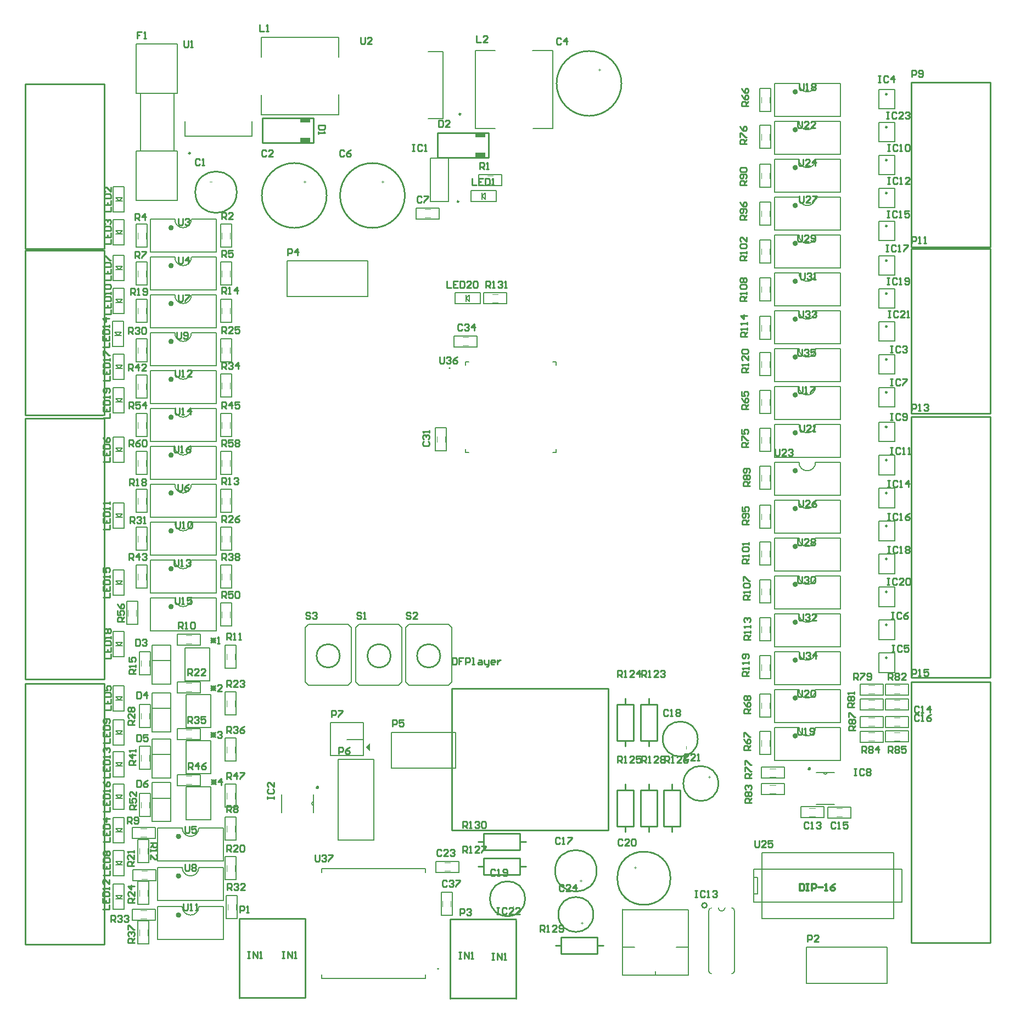
<source format=gto>
G04*
G04 #@! TF.GenerationSoftware,Altium Limited,Altium Designer,21.0.8 (223)*
G04*
G04 Layer_Color=65535*
%FSTAX24Y24*%
%MOIN*%
G70*
G04*
G04 #@! TF.SameCoordinates,8A4C6F49-4F26-47D5-9FDB-2FD25450CC73*
G04*
G04*
G04 #@! TF.FilePolarity,Positive*
G04*
G01*
G75*
%ADD10C,0.0098*%
%ADD11C,0.0200*%
%ADD12C,0.0050*%
%ADD13C,0.0150*%
%ADD14C,0.0070*%
%ADD15C,0.0079*%
%ADD16C,0.0100*%
%ADD17C,0.0060*%
%ADD18C,0.0080*%
%ADD19C,0.0040*%
%ADD20C,0.0118*%
%ADD21R,0.0600X0.0299*%
G36*
X02291Y0237D02*
X02316Y02345D01*
Y02395D01*
X02291Y0237D01*
D02*
G37*
G36*
X035981Y01559D02*
X036051D01*
Y015561D01*
X035981D01*
Y015491D01*
X035952D01*
Y015561D01*
X035881D01*
Y01559D01*
X035952D01*
Y01566D01*
X035981D01*
Y01559D01*
D02*
G37*
G36*
X019199Y058031D02*
X019269D01*
Y058002D01*
X019199D01*
Y057931D01*
X01917D01*
Y058002D01*
X0191D01*
Y058031D01*
X01917D01*
Y058101D01*
X019199D01*
Y058031D01*
D02*
G37*
G36*
X023949D02*
X024019D01*
Y058002D01*
X023949D01*
Y057931D01*
X02392D01*
Y058002D01*
X02385D01*
Y058031D01*
X02392D01*
Y058101D01*
X023949D01*
Y058031D01*
D02*
G37*
G36*
X037099Y064831D02*
X037169D01*
Y064802D01*
X037099D01*
Y064731D01*
X03707D01*
Y064802D01*
X037D01*
Y064831D01*
X03707D01*
Y064901D01*
X037099D01*
Y064831D01*
D02*
G37*
G36*
X013498Y058039D02*
X013569D01*
Y05801D01*
X013498D01*
Y05794D01*
X013469D01*
Y05801D01*
X013399D01*
Y058039D01*
X013469D01*
Y058109D01*
X013498D01*
Y058039D01*
D02*
G37*
G36*
X04238Y02368D02*
X04245D01*
Y023651D01*
X04238D01*
Y023581D01*
X042351D01*
Y023651D01*
X042281D01*
Y02368D01*
X042351D01*
Y02375D01*
X04238D01*
Y02368D01*
D02*
G37*
G36*
X031891Y01398D02*
X031961D01*
Y013951D01*
X031891D01*
Y013881D01*
X031862D01*
Y013951D01*
X031791D01*
Y01398D01*
X031862D01*
Y01405D01*
X031891D01*
Y01398D01*
D02*
G37*
G36*
X043789Y021891D02*
X043858D01*
Y021862D01*
X043789D01*
Y021791D01*
X043759D01*
Y021862D01*
X043689D01*
Y021891D01*
X043759D01*
Y021961D01*
X043789D01*
Y021891D01*
D02*
G37*
G36*
X039279Y016399D02*
X039349D01*
Y01637D01*
X039279D01*
Y0163D01*
X03925D01*
Y01637D01*
X03918D01*
Y016399D01*
X03925D01*
Y016469D01*
X039279D01*
Y016399D01*
D02*
G37*
G36*
X036041Y01303D02*
X036111D01*
Y013001D01*
X036041D01*
Y012931D01*
X036012D01*
Y013001D01*
X035941D01*
Y01303D01*
X036012D01*
Y0131D01*
X036041D01*
Y01303D01*
D02*
G37*
D10*
X054549Y063351D02*
G03*
X054549Y063351I-000049J0D01*
G01*
Y061351D02*
G03*
X054549Y061351I-000049J0D01*
G01*
Y059351D02*
G03*
X054549Y059351I-000049J0D01*
G01*
Y057351D02*
G03*
X054549Y057351I-000049J0D01*
G01*
Y055351D02*
G03*
X054549Y055351I-000049J0D01*
G01*
Y053251D02*
G03*
X054549Y053251I-000049J0D01*
G01*
Y051251D02*
G03*
X054549Y051251I-000049J0D01*
G01*
Y049251D02*
G03*
X054549Y049251I-000049J0D01*
G01*
Y047251D02*
G03*
X054549Y047251I-000049J0D01*
G01*
X054547Y045251D02*
G03*
X054547Y045251I-000049J0D01*
G01*
X054545Y043151D02*
G03*
X054545Y043151I-000049J0D01*
G01*
X054549Y041136D02*
G03*
X054549Y041136I-000049J0D01*
G01*
Y039135D02*
G03*
X054549Y039135I-000049J0D01*
G01*
Y037136D02*
G03*
X054549Y037136I-000049J0D01*
G01*
Y035136D02*
G03*
X054549Y035136I-000049J0D01*
G01*
Y033135D02*
G03*
X054549Y033135I-000049J0D01*
G01*
X054547Y031135D02*
G03*
X054547Y031135I-000049J0D01*
G01*
X054549Y029135D02*
G03*
X054549Y029135I-000049J0D01*
G01*
X028541Y056831D02*
G03*
X028541Y056831I-000049J0D01*
G01*
X028661Y062138D02*
G03*
X028661Y062138I-000049J0D01*
G01*
X012237Y059766D02*
G03*
X012237Y059766I-000049J0D01*
G01*
D11*
X04983Y0224D02*
G03*
X04983Y0224I-000014J0D01*
G01*
X019964Y021264D02*
G03*
X019964Y021264I-000014J0D01*
G01*
D12*
X05068Y02218D02*
G03*
X05092Y02218I00012J0D01*
G01*
X01973Y0204D02*
G03*
X01973Y02016I0J-00012D01*
G01*
X05404Y062452D02*
X05501D01*
X05404Y063632D02*
X05501D01*
Y062452D02*
Y063632D01*
X05404Y062452D02*
Y063632D01*
Y060452D02*
X05501D01*
X05404Y061632D02*
X05501D01*
Y060452D02*
Y061632D01*
X05404Y060452D02*
Y061632D01*
Y058452D02*
X05501D01*
X05404Y059632D02*
X05501D01*
Y058452D02*
Y059632D01*
X05404Y058452D02*
Y059632D01*
Y056452D02*
X05501D01*
X05404Y057632D02*
X05501D01*
Y056452D02*
Y057632D01*
X05404Y056452D02*
Y057632D01*
Y054452D02*
X05501D01*
X05404Y055632D02*
X05501D01*
Y054452D02*
Y055632D01*
X05404Y054452D02*
Y055632D01*
Y052352D02*
X05501D01*
X05404Y053532D02*
X05501D01*
Y052352D02*
Y053532D01*
X05404Y052352D02*
Y053532D01*
Y050352D02*
X05501D01*
X05404Y051532D02*
X05501D01*
Y050352D02*
Y051532D01*
X05404Y050352D02*
Y051532D01*
Y048352D02*
X05501D01*
X05404Y049532D02*
X05501D01*
Y048352D02*
Y049532D01*
X05404Y048352D02*
Y049532D01*
Y046352D02*
X05501D01*
X05404Y047532D02*
X05501D01*
Y046352D02*
Y047532D01*
X05404Y046352D02*
Y047532D01*
X054038Y044352D02*
X055008D01*
X054038Y045532D02*
X055008D01*
Y044352D02*
Y045532D01*
X054038Y044352D02*
Y045532D01*
X054036Y042252D02*
X055006D01*
X054036Y043432D02*
X055006D01*
Y042252D02*
Y043432D01*
X054036Y042252D02*
Y043432D01*
X05404Y040236D02*
X05501D01*
X05404Y041416D02*
X05501D01*
Y040236D02*
Y041416D01*
X05404Y040236D02*
Y041416D01*
Y038236D02*
X05501D01*
X05404Y039416D02*
X05501D01*
Y038236D02*
Y039416D01*
X05404Y038236D02*
Y039416D01*
Y036236D02*
X05501D01*
X05404Y037416D02*
X05501D01*
Y036236D02*
Y037416D01*
X05404Y036236D02*
Y037416D01*
Y034236D02*
X05501D01*
X05404Y035416D02*
X05501D01*
Y034236D02*
Y035416D01*
X05404Y034236D02*
Y035416D01*
Y032236D02*
X05501D01*
X05404Y033416D02*
X05501D01*
Y032236D02*
Y033416D01*
X05404Y032236D02*
Y033416D01*
X054038Y030236D02*
X055008D01*
X054038Y031416D02*
X055008D01*
Y030236D02*
Y031416D01*
X054038Y030236D02*
Y031416D01*
X05404Y028236D02*
X05501D01*
X05404Y029416D02*
X05501D01*
Y028236D02*
Y029416D01*
X05404Y028236D02*
Y029416D01*
X05585Y02687D02*
Y02754D01*
X05445Y02687D02*
X05585D01*
X05445D02*
Y02754D01*
X05585D01*
X0529Y02686D02*
Y02753D01*
X0543D01*
Y02686D02*
Y02753D01*
X0529Y02686D02*
X0543D01*
X05445Y02596D02*
X05585D01*
Y02663D01*
X05445D02*
X05585D01*
X05445Y02596D02*
Y02663D01*
X0529Y02596D02*
Y02663D01*
X0543D01*
Y02596D02*
Y02663D01*
X0529Y02596D02*
X0543D01*
X05445Y02491D02*
X05585D01*
Y02558D01*
X05445D02*
X05585D01*
X05445Y02491D02*
Y02558D01*
X0529Y02491D02*
Y02558D01*
X0543D01*
Y02491D02*
Y02558D01*
X0529Y02491D02*
X0543D01*
X05585Y02402D02*
Y02469D01*
X05445Y02402D02*
X05585D01*
X05445D02*
Y02469D01*
X05585D01*
X0529Y02401D02*
Y02468D01*
X0543D01*
Y02401D02*
Y02468D01*
X0529Y02401D02*
X0543D01*
X04681Y0637D02*
X04748D01*
Y0623D02*
Y0637D01*
X04681Y0623D02*
X04748D01*
X04681D02*
Y0637D01*
Y06145D02*
X04748D01*
Y06005D02*
Y06145D01*
X04681Y06005D02*
X04748D01*
X04681D02*
Y06145D01*
Y0591D02*
X04748D01*
Y0577D02*
Y0591D01*
X04681Y0577D02*
X04748D01*
X04681D02*
Y0591D01*
Y0568D02*
X04748D01*
Y0554D02*
Y0568D01*
X04681Y0554D02*
X04748D01*
X04681D02*
Y0568D01*
Y0545D02*
X04748D01*
Y0531D02*
Y0545D01*
X04681Y0531D02*
X04748D01*
X04681D02*
Y0545D01*
Y0522D02*
X04748D01*
Y0508D02*
Y0522D01*
X04681Y0508D02*
X04748D01*
X04681D02*
Y0522D01*
Y04985D02*
X04748D01*
Y04845D02*
Y04985D01*
X04681Y04845D02*
X04748D01*
X04681D02*
Y04985D01*
Y04765D02*
X04748D01*
Y04625D02*
Y04765D01*
X04681Y04625D02*
X04748D01*
X04681D02*
Y04765D01*
Y04535D02*
X04748D01*
Y04395D02*
Y04535D01*
X04681Y04395D02*
X04748D01*
X04681D02*
Y04535D01*
Y04305D02*
X04748D01*
Y04165D02*
Y04305D01*
X04681Y04165D02*
X04748D01*
X04681D02*
Y04305D01*
Y04075D02*
X04748D01*
Y03935D02*
Y04075D01*
X04681Y03935D02*
X04748D01*
X04681D02*
Y04075D01*
Y0384D02*
X04748D01*
Y037D02*
Y0384D01*
X04681Y037D02*
X04748D01*
X04681D02*
Y0384D01*
Y03615D02*
X04748D01*
Y03475D02*
Y03615D01*
X04681Y03475D02*
X04748D01*
X04681D02*
Y03615D01*
Y03385D02*
X04748D01*
Y03245D02*
Y03385D01*
X04681Y03245D02*
X04748D01*
X04681D02*
Y03385D01*
Y03155D02*
X04748D01*
Y03015D02*
Y03155D01*
X04681Y03015D02*
X04748D01*
X04681D02*
Y03155D01*
Y02925D02*
X04748D01*
Y02785D02*
Y02925D01*
X04681Y02785D02*
X04748D01*
X04681D02*
Y02925D01*
Y026934D02*
X04748D01*
Y025534D02*
Y026934D01*
X04681Y025534D02*
X04748D01*
X04681D02*
Y026934D01*
Y02465D02*
X04748D01*
Y02325D02*
Y02465D01*
X04681Y02325D02*
X04748D01*
X04681D02*
Y02465D01*
X05095Y01941D02*
X05235D01*
Y02008D01*
X05095D02*
X05235D01*
X05095Y01941D02*
Y02008D01*
X0493Y02009D02*
X0507D01*
X0493Y01942D02*
Y02009D01*
Y01942D02*
X0507D01*
Y02009D01*
X0483Y02182D02*
Y02249D01*
X0469Y02182D02*
X0483D01*
X0469D02*
Y02249D01*
X0483D01*
X0483Y02082D02*
Y02149D01*
X0469Y02082D02*
X0483D01*
X0469D02*
Y02149D01*
X0483D01*
X03005Y05129D02*
X03145D01*
X03005Y05062D02*
Y05129D01*
Y05062D02*
X03145D01*
Y05129D01*
X029855Y05062D02*
Y05129D01*
X028325Y05062D02*
X029855D01*
X028325D02*
Y05129D01*
X029855D01*
X028985Y05095D02*
X029185Y05075D01*
X028985Y05095D02*
X029185Y05115D01*
Y05075D02*
Y05115D01*
X028985Y05075D02*
Y05115D01*
X01145Y02136D02*
Y02203D01*
X01285D01*
Y02136D02*
Y02203D01*
X01145Y02136D02*
X01285D01*
X01145Y02416D02*
Y02483D01*
X01285D01*
Y02416D02*
Y02483D01*
X01145Y02416D02*
X01285D01*
X01145Y02701D02*
Y02768D01*
X01285D01*
Y02701D02*
Y02768D01*
X01145Y02701D02*
X01285D01*
X0099Y02896D02*
X01106D01*
X0099Y029593D02*
Y0299D01*
X01106D01*
Y029593D02*
Y0299D01*
Y02754D02*
Y029593D01*
X0099Y02754D02*
Y029593D01*
Y02754D02*
X01106D01*
X0099Y02326D02*
X01106D01*
X0099Y023893D02*
Y0242D01*
X01106D01*
Y023893D02*
Y0242D01*
Y02184D02*
Y023893D01*
X0099Y02184D02*
Y023893D01*
Y02184D02*
X01106D01*
X0099Y02061D02*
X01106D01*
X0099Y021243D02*
Y02155D01*
X01106D01*
Y021243D02*
Y02155D01*
Y01919D02*
Y021243D01*
X0099Y01919D02*
Y021243D01*
Y01919D02*
X01106D01*
X0099Y02606D02*
X01106D01*
X0099Y026693D02*
Y027D01*
X01106D01*
Y026693D02*
Y027D01*
Y02464D02*
Y026693D01*
X0099Y02464D02*
Y026693D01*
Y02464D02*
X01106D01*
X0119Y029745D02*
X0134D01*
X0119Y027745D02*
Y029745D01*
Y027745D02*
X0134D01*
Y029745D01*
X01199Y0269D02*
X01349D01*
X01199Y0249D02*
Y0269D01*
Y0249D02*
X01349D01*
Y0269D01*
X01199Y0241D02*
X01349D01*
X01199Y0221D02*
Y0241D01*
Y0221D02*
X01349D01*
Y0241D01*
X01199Y0213D02*
X01349D01*
X01199Y0193D02*
Y0213D01*
Y0193D02*
X01349D01*
Y0213D01*
X00875Y01561D02*
Y01628D01*
X01015D01*
Y01561D02*
Y01628D01*
X00875Y01561D02*
X01015D01*
X00906Y01555D02*
X00973D01*
Y01415D02*
Y01555D01*
X00906Y01415D02*
X00973D01*
X00906D02*
Y01555D01*
Y0181D02*
X00973D01*
Y0167D02*
Y0181D01*
X00906Y0167D02*
X00973D01*
X00906D02*
Y0181D01*
X0087Y01816D02*
Y01883D01*
X0101D01*
Y01816D02*
Y01883D01*
X0087Y01816D02*
X0101D01*
X00916Y0209D02*
X00983D01*
Y0195D02*
Y0209D01*
X00916Y0195D02*
X00983D01*
X00916D02*
Y0209D01*
Y02375D02*
X00983D01*
Y02235D02*
Y02375D01*
X00916Y02235D02*
X00983D01*
X00916D02*
Y02375D01*
Y028095D02*
Y029495D01*
Y028095D02*
X00983D01*
Y029495D01*
X00916D02*
X00983D01*
X00896Y03705D02*
X00963D01*
Y03565D02*
Y03705D01*
X00896Y03565D02*
X00963D01*
X00896D02*
Y03705D01*
Y03935D02*
X00963D01*
Y03795D02*
Y03935D01*
X00896Y03795D02*
X00963D01*
X00896D02*
Y03935D01*
Y04165D02*
X00963D01*
Y04025D02*
Y04165D01*
X00896Y04025D02*
X00963D01*
X00896D02*
Y04165D01*
Y04395D02*
X00963D01*
Y04255D02*
Y04395D01*
X00896Y04255D02*
X00963D01*
X00896D02*
Y04395D01*
Y0463D02*
X00963D01*
Y0449D02*
Y0463D01*
X00896Y0449D02*
X00963D01*
X00896D02*
Y0463D01*
Y0485D02*
X00963D01*
Y0471D02*
Y0485D01*
X00896Y0471D02*
X00963D01*
X00896D02*
Y0485D01*
X02712Y0417D02*
X02779D01*
X02712D02*
Y0431D01*
X02779D01*
Y0417D02*
Y0431D01*
X02825Y04801D02*
Y04868D01*
X02965D01*
Y04801D02*
Y04868D01*
X02825Y04801D02*
X02965D01*
X034243Y041594D02*
X034456D01*
X034243Y047106D02*
X034456D01*
X028944Y041594D02*
X029157D01*
X028944Y047106D02*
X029157D01*
X034456Y041594D02*
Y041807D01*
Y046893D02*
Y047106D01*
X028944Y041594D02*
Y041807D01*
Y046893D02*
Y047106D01*
X00896Y05405D02*
Y05545D01*
Y05405D02*
X00963D01*
Y05545D01*
X00896D02*
X00963D01*
X00896Y05175D02*
Y05315D01*
Y05175D02*
X00963D01*
Y05315D01*
X00896D02*
X00963D01*
X00896Y0509D02*
X00963D01*
Y0495D02*
Y0509D01*
X00896Y0495D02*
X00963D01*
X00896D02*
Y0509D01*
Y03475D02*
X00963D01*
Y03335D02*
Y03475D01*
X00896Y03335D02*
X00963D01*
X00896D02*
Y03475D01*
X0087Y01321D02*
Y01388D01*
X0101D01*
Y01321D02*
Y01388D01*
X0087Y01321D02*
X0101D01*
X00906Y01315D02*
X00973D01*
Y01175D02*
Y01315D01*
X00906Y01175D02*
X00973D01*
X00906D02*
Y01315D01*
X00916Y0263D02*
X00983D01*
Y0249D02*
Y0263D01*
X00916Y0249D02*
X00983D01*
X00916D02*
Y0263D01*
X0077Y04465D02*
X0081D01*
X0077Y04485D02*
X0081D01*
X0077D02*
X0079Y04465D01*
X0081Y04485D01*
X00756Y04399D02*
Y04552D01*
Y04399D02*
X00823D01*
Y04552D01*
X00756D02*
X00823D01*
X0077Y04165D02*
X0081D01*
X0077Y04185D02*
X0081D01*
X0077D02*
X0079Y04165D01*
X0081Y04185D01*
X00756Y04099D02*
Y04252D01*
Y04099D02*
X00823D01*
Y04252D01*
X00756D02*
X00823D01*
X0077Y03765D02*
X0081D01*
X0077Y03785D02*
X0081D01*
X0077D02*
X0079Y03765D01*
X0081Y03785D01*
X00756Y03699D02*
Y03852D01*
Y03699D02*
X00823D01*
Y03852D01*
X00756D02*
X00823D01*
X00837Y03115D02*
X00904D01*
X00837D02*
Y03255D01*
X00904D01*
Y03115D02*
Y03255D01*
X0077Y0336D02*
X0081D01*
X0077Y0338D02*
X0081D01*
X0077D02*
X0079Y0336D01*
X0081Y0338D01*
X00756Y03294D02*
Y03447D01*
Y03294D02*
X00823D01*
Y03447D01*
X00756D02*
X00823D01*
X0077Y02985D02*
X0081D01*
X0077Y03005D02*
X0081D01*
X0077D02*
X0079Y02985D01*
X0081Y03005D01*
X00756Y02919D02*
Y03072D01*
Y02919D02*
X00823D01*
Y03072D01*
X00756D02*
X00823D01*
X0077Y01655D02*
X0081D01*
X0077Y01675D02*
X0081D01*
X0077D02*
X0079Y01655D01*
X0081Y01675D01*
X00756Y01589D02*
Y01742D01*
Y01589D02*
X00823D01*
Y01742D01*
X00756D02*
X00823D01*
X0077Y01855D02*
X0081D01*
X0077Y01875D02*
X0081D01*
X0077D02*
X0079Y01855D01*
X0081Y01875D01*
X00756Y01789D02*
Y01942D01*
Y01789D02*
X00823D01*
Y01942D01*
X00756D02*
X00823D01*
X0077Y0206D02*
X0081D01*
X0077Y0208D02*
X0081D01*
X0077D02*
X0079Y0206D01*
X0081Y0208D01*
X00756Y01994D02*
Y02147D01*
Y01994D02*
X00823D01*
Y02147D01*
X00756D02*
X00823D01*
X0077Y02255D02*
X0081D01*
X0077Y02275D02*
X0081D01*
X0077D02*
X0079Y02255D01*
X0081Y02275D01*
X00756Y02189D02*
Y02342D01*
Y02189D02*
X00823D01*
Y02342D01*
X00756D02*
X00823D01*
X0077Y0245D02*
X0081D01*
X0077Y0247D02*
X0081D01*
X0077D02*
X0079Y0245D01*
X0081Y0247D01*
X00756Y02384D02*
Y02537D01*
Y02384D02*
X00823D01*
Y02537D01*
X00756D02*
X00823D01*
X00756Y02742D02*
X00823D01*
Y02589D02*
Y02742D01*
X00756Y02589D02*
X00823D01*
X00756D02*
Y02742D01*
X0079Y02655D02*
X0081Y02675D01*
X0077D02*
X0079Y02655D01*
X0077Y02675D02*
X0081D01*
X0077Y02655D02*
X0081D01*
X0077Y0467D02*
X0081D01*
X0077Y0469D02*
X0081D01*
X0077D02*
X0079Y0467D01*
X0081Y0469D01*
X00756Y04604D02*
Y04757D01*
Y04604D02*
X00823D01*
Y04757D01*
X00756D02*
X00823D01*
X0202Y016346D02*
X0265D01*
X0202Y009654D02*
X0265D01*
X0202Y016098D02*
Y016346D01*
Y009654D02*
Y009902D01*
X0265Y016098D02*
Y016346D01*
Y009654D02*
Y009902D01*
X027358Y05577D02*
Y05644D01*
X025958Y05577D02*
X027358D01*
X025958D02*
Y05644D01*
X027358D01*
X03082Y05682D02*
Y05749D01*
X02929Y05682D02*
X03082D01*
X02929D02*
Y05749D01*
X03082D01*
X02995Y05715D02*
X03015Y05695D01*
X02995Y05715D02*
X03015Y05735D01*
Y05695D02*
Y05735D01*
X02995Y05695D02*
Y05735D01*
X02975Y05781D02*
X03115D01*
Y05848D01*
X02975D02*
X03115D01*
X02975Y05781D02*
Y05848D01*
X00765Y0487D02*
X00805D01*
X00765Y0489D02*
X00805D01*
X00765D02*
X00785Y0487D01*
X00805Y0489D01*
X00751Y04804D02*
Y04957D01*
Y04804D02*
X00818D01*
Y04957D01*
X00751D02*
X00818D01*
X00756Y015385D02*
X00823D01*
Y013855D02*
Y015385D01*
X00756Y013855D02*
X00823D01*
X00756D02*
Y015385D01*
X0079Y014515D02*
X0081Y014715D01*
X0077D02*
X0079Y014515D01*
X0077Y014715D02*
X0081D01*
X0077Y014515D02*
X0081D01*
X01436Y01565D02*
Y01705D01*
Y01565D02*
X01503D01*
Y01705D01*
X01436D02*
X01503D01*
X01441Y0133D02*
Y0147D01*
Y0133D02*
X01508D01*
Y0147D01*
X01441D02*
X01508D01*
X01436Y01805D02*
Y01945D01*
Y01805D02*
X01503D01*
Y01945D01*
X01436D02*
X01503D01*
X01436Y02005D02*
Y02145D01*
Y02005D02*
X01503D01*
Y02145D01*
X01436D02*
X01503D01*
X01474Y04025D02*
Y04165D01*
X01407D02*
X01474D01*
X01407Y04025D02*
Y04165D01*
Y04025D02*
X01474D01*
X0077Y05685D02*
X0081D01*
X0077Y05705D02*
X0081D01*
X0077D02*
X0079Y05685D01*
X0081Y05705D01*
X00756Y05619D02*
Y05772D01*
Y05619D02*
X00823D01*
Y05772D01*
X00756D02*
X00823D01*
X0077Y05485D02*
X0081D01*
X0077Y05505D02*
X0081D01*
X0077D02*
X0079Y05485D01*
X0081Y05505D01*
X00756Y05419D02*
Y05572D01*
Y05419D02*
X00823D01*
Y05572D01*
X00756D02*
X00823D01*
X0077Y0507D02*
X0081D01*
X0077Y0509D02*
X0081D01*
X0077D02*
X0079Y0507D01*
X0081Y0509D01*
X00756Y05004D02*
Y05157D01*
Y05004D02*
X00823D01*
Y05157D01*
X00756D02*
X00823D01*
X0077Y0527D02*
X0081D01*
X0077Y0529D02*
X0081D01*
X0077D02*
X0079Y0527D01*
X0081Y0529D01*
X00756Y05204D02*
Y05357D01*
Y05204D02*
X00823D01*
Y05357D01*
X00756D02*
X00823D01*
X01407Y05405D02*
X01474D01*
X01407D02*
Y05545D01*
X01474D01*
Y05405D02*
Y05545D01*
Y0471D02*
Y0485D01*
X01407D02*
X01474D01*
X01407Y0471D02*
Y0485D01*
Y0471D02*
X01474D01*
Y0495D02*
Y0509D01*
X01407D02*
X01474D01*
X01407Y0495D02*
Y0509D01*
Y0495D02*
X01474D01*
Y04495D02*
Y04635D01*
X01407D02*
X01474D01*
X01407Y04495D02*
Y04635D01*
Y04495D02*
X01474D01*
Y04255D02*
Y04395D01*
X01407D02*
X01474D01*
X01407Y04255D02*
Y04395D01*
Y04255D02*
X01474D01*
Y05175D02*
Y05315D01*
X01407D02*
X01474D01*
X01407Y05175D02*
Y05315D01*
Y05175D02*
X01474D01*
X01436Y02565D02*
Y02705D01*
Y02565D02*
X01503D01*
Y02705D01*
X01436D02*
X01503D01*
X01145Y02991D02*
X01285D01*
Y03058D01*
X01145D02*
X01285D01*
X01145Y02991D02*
Y03058D01*
X01474Y03335D02*
Y03475D01*
X01407D02*
X01474D01*
X01407Y03335D02*
Y03475D01*
Y03335D02*
X01474D01*
Y03105D02*
Y03245D01*
X01407D02*
X01474D01*
X01407Y03105D02*
Y03245D01*
Y03105D02*
X01474D01*
Y03795D02*
Y03935D01*
X01407D02*
X01474D01*
X01407Y03795D02*
Y03935D01*
Y03795D02*
X01474D01*
Y03565D02*
Y03705D01*
X01407D02*
X01474D01*
X01407Y03565D02*
Y03705D01*
Y03565D02*
X01474D01*
X01436Y028495D02*
Y029895D01*
Y028495D02*
X01503D01*
Y029895D01*
X01436D02*
X01503D01*
X01436Y02285D02*
Y02425D01*
Y02285D02*
X01503D01*
Y02425D01*
X01436D02*
X01503D01*
X02715Y01611D02*
X02855D01*
Y01678D01*
X02715D02*
X02855D01*
X02715Y01611D02*
Y01678D01*
X02814Y0135D02*
Y0149D01*
X02747D02*
X02814D01*
X02747Y0135D02*
Y0149D01*
Y0135D02*
X02814D01*
D13*
X04905Y02439D02*
G03*
X04905Y02439I-00008J0D01*
G01*
Y02669D02*
G03*
X04905Y02669I-00008J0D01*
G01*
Y02899D02*
G03*
X04905Y02899I-00008J0D01*
G01*
Y03129D02*
G03*
X04905Y03129I-00008J0D01*
G01*
Y03359D02*
G03*
X04905Y03359I-00008J0D01*
G01*
Y03589D02*
G03*
X04905Y03589I-00008J0D01*
G01*
Y03819D02*
G03*
X04905Y03819I-00008J0D01*
G01*
Y04279D02*
G03*
X04905Y04279I-00008J0D01*
G01*
Y04509D02*
G03*
X04905Y04509I-00008J0D01*
G01*
Y04739D02*
G03*
X04905Y04739I-00008J0D01*
G01*
Y04969D02*
G03*
X04905Y04969I-00008J0D01*
G01*
Y05199D02*
G03*
X04905Y05199I-00008J0D01*
G01*
Y05429D02*
G03*
X04905Y05429I-00008J0D01*
G01*
Y05659D02*
G03*
X04905Y05659I-00008J0D01*
G01*
Y05889D02*
G03*
X04905Y05889I-00008J0D01*
G01*
Y06119D02*
G03*
X04905Y06119I-00008J0D01*
G01*
Y06349D02*
G03*
X04905Y06349I-00008J0D01*
G01*
X01115Y05524D02*
G03*
X01115Y05524I-00008J0D01*
G01*
Y05294D02*
G03*
X01115Y05294I-00008J0D01*
G01*
Y05064D02*
G03*
X01115Y05064I-00008J0D01*
G01*
Y04834D02*
G03*
X01115Y04834I-00008J0D01*
G01*
Y04604D02*
G03*
X01115Y04604I-00008J0D01*
G01*
Y04374D02*
G03*
X01115Y04374I-00008J0D01*
G01*
Y04144D02*
G03*
X01115Y04144I-00008J0D01*
G01*
Y03914D02*
G03*
X01115Y03914I-00008J0D01*
G01*
Y03684D02*
G03*
X01115Y03684I-00008J0D01*
G01*
Y03454D02*
G03*
X01115Y03454I-00008J0D01*
G01*
Y03224D02*
G03*
X01115Y03224I-00008J0D01*
G01*
X0116Y01589D02*
G03*
X0116Y01589I-00008J0D01*
G01*
X0116Y01829D02*
G03*
X0116Y01829I-00008J0D01*
G01*
Y013515D02*
G03*
X0116Y013515I-00008J0D01*
G01*
X04905Y04049D02*
G03*
X04905Y04049I-00008J0D01*
G01*
D14*
X0492Y024904D02*
G03*
X0502Y0249I0005J-000017D01*
G01*
X0492Y027204D02*
G03*
X0502Y0272I0005J-000017D01*
G01*
X0492Y029504D02*
G03*
X0502Y0295I0005J-000017D01*
G01*
X0492Y031804D02*
G03*
X0502Y0318I0005J-000017D01*
G01*
X0492Y034104D02*
G03*
X0502Y0341I0005J-000017D01*
G01*
X0492Y036404D02*
G03*
X0502Y0364I0005J-000017D01*
G01*
X0492Y038704D02*
G03*
X0502Y0387I0005J-000017D01*
G01*
X0492Y043304D02*
G03*
X0502Y0433I0005J-000017D01*
G01*
X0492Y045604D02*
G03*
X0502Y0456I0005J-000017D01*
G01*
X0492Y047904D02*
G03*
X0502Y0479I0005J-000017D01*
G01*
X0492Y050204D02*
G03*
X0502Y0502I0005J-000017D01*
G01*
X0492Y052504D02*
G03*
X0502Y0525I0005J-000017D01*
G01*
X0492Y054804D02*
G03*
X0502Y0548I0005J-000017D01*
G01*
X0492Y057104D02*
G03*
X0502Y0571I0005J-000017D01*
G01*
X0492Y059404D02*
G03*
X0502Y0594I0005J-000017D01*
G01*
X0492Y061704D02*
G03*
X0502Y0617I0005J-000017D01*
G01*
X0492Y064004D02*
G03*
X0502Y064I0005J-000017D01*
G01*
X0113Y055754D02*
G03*
X0123Y05575I0005J-000017D01*
G01*
X0113Y053454D02*
G03*
X0123Y05345I0005J-000017D01*
G01*
X0113Y051154D02*
G03*
X0123Y05115I0005J-000017D01*
G01*
X0113Y048854D02*
G03*
X0123Y04885I0005J-000017D01*
G01*
X0113Y046554D02*
G03*
X0123Y04655I0005J-000017D01*
G01*
X0113Y044254D02*
G03*
X0123Y04425I0005J-000017D01*
G01*
X0113Y041954D02*
G03*
X0123Y04195I0005J-000017D01*
G01*
X0113Y039654D02*
G03*
X0123Y03965I0005J-000017D01*
G01*
X0113Y037354D02*
G03*
X0123Y03735I0005J-000017D01*
G01*
X0113Y035054D02*
G03*
X0123Y03505I0005J-000017D01*
G01*
X0113Y032754D02*
G03*
X0123Y03275I0005J-000017D01*
G01*
X01175Y016404D02*
G03*
X01275Y0164I0005J-000017D01*
G01*
X01175Y018804D02*
G03*
X01275Y0188I0005J-000017D01*
G01*
X01175Y014029D02*
G03*
X01275Y014025I0005J-000017D01*
G01*
X0492Y041004D02*
G03*
X0502Y041I0005J-000017D01*
G01*
X0517Y0229D02*
Y0249D01*
X0477Y0229D02*
X0517D01*
X0477D02*
Y0249D01*
X05021D02*
X0517D01*
X0477D02*
X0492D01*
X0517Y0252D02*
Y0272D01*
X0477Y0252D02*
X0517D01*
X0477D02*
Y0272D01*
X05021D02*
X0517D01*
X0477D02*
X0492D01*
X0517Y0275D02*
Y0295D01*
X0477Y0275D02*
X0517D01*
X0477D02*
Y0295D01*
X05021D02*
X0517D01*
X0477D02*
X0492D01*
X0517Y0298D02*
Y0318D01*
X0477Y0298D02*
X0517D01*
X0477D02*
Y0318D01*
X05021D02*
X0517D01*
X0477D02*
X0492D01*
X0517Y0321D02*
Y0341D01*
X0477Y0321D02*
X0517D01*
X0477D02*
Y0341D01*
X05021D02*
X0517D01*
X0477D02*
X0492D01*
X0517Y0344D02*
Y0364D01*
X0477Y0344D02*
X0517D01*
X0477D02*
Y0364D01*
X05021D02*
X0517D01*
X0477D02*
X0492D01*
X0517Y0367D02*
Y0387D01*
X0477Y0367D02*
X0517D01*
X0477D02*
Y0387D01*
X05021D02*
X0517D01*
X0477D02*
X0492D01*
X0517Y0413D02*
Y0433D01*
X0477Y0413D02*
X0517D01*
X0477D02*
Y0433D01*
X05021D02*
X0517D01*
X0477D02*
X0492D01*
X0517Y0436D02*
Y0456D01*
X0477Y0436D02*
X0517D01*
X0477D02*
Y0456D01*
X05021D02*
X0517D01*
X0477D02*
X0492D01*
X0517Y0459D02*
Y0479D01*
X0477Y0459D02*
X0517D01*
X0477D02*
Y0479D01*
X05021D02*
X0517D01*
X0477D02*
X0492D01*
X0517Y0482D02*
Y0502D01*
X0477Y0482D02*
X0517D01*
X0477D02*
Y0502D01*
X05021D02*
X0517D01*
X0477D02*
X0492D01*
X0517Y0505D02*
Y0525D01*
X0477Y0505D02*
X0517D01*
X0477D02*
Y0525D01*
X05021D02*
X0517D01*
X0477D02*
X0492D01*
X0517Y0528D02*
Y0548D01*
X0477Y0528D02*
X0517D01*
X0477D02*
Y0548D01*
X05021D02*
X0517D01*
X0477D02*
X0492D01*
X0517Y0551D02*
Y0571D01*
X0477Y0551D02*
X0517D01*
X0477D02*
Y0571D01*
X05021D02*
X0517D01*
X0477D02*
X0492D01*
X0517Y0574D02*
Y0594D01*
X0477Y0574D02*
X0517D01*
X0477D02*
Y0594D01*
X05021D02*
X0517D01*
X0477D02*
X0492D01*
X0517Y0597D02*
Y0617D01*
X0477Y0597D02*
X0517D01*
X0477D02*
Y0617D01*
X05021D02*
X0517D01*
X0477D02*
X0492D01*
X0517Y062D02*
Y064D01*
X0477Y062D02*
X0517D01*
X0477D02*
Y064D01*
X05021D02*
X0517D01*
X0477D02*
X0492D01*
X0098Y05575D02*
X0113D01*
X01231D02*
X0138D01*
X0098Y05375D02*
Y05575D01*
Y05375D02*
X0138D01*
Y05575D01*
Y05145D02*
Y05345D01*
X0098Y05145D02*
X0138D01*
X0098D02*
Y05345D01*
X01231D02*
X0138D01*
X0098D02*
X0113D01*
X0138Y04915D02*
Y05115D01*
X0098Y04915D02*
X0138D01*
X0098D02*
Y05115D01*
X01231D02*
X0138D01*
X0098D02*
X0113D01*
X0138Y04685D02*
Y04885D01*
X0098Y04685D02*
X0138D01*
X0098D02*
Y04885D01*
X01231D02*
X0138D01*
X0098D02*
X0113D01*
X0138Y04455D02*
Y04655D01*
X0098Y04455D02*
X0138D01*
X0098D02*
Y04655D01*
X01231D02*
X0138D01*
X0098D02*
X0113D01*
X0138Y04225D02*
Y04425D01*
X0098Y04225D02*
X0138D01*
X0098D02*
Y04425D01*
X01231D02*
X0138D01*
X0098D02*
X0113D01*
X0138Y03995D02*
Y04195D01*
X0098Y03995D02*
X0138D01*
X0098D02*
Y04195D01*
X01231D02*
X0138D01*
X0098D02*
X0113D01*
X0098Y03965D02*
X0113D01*
X01231D02*
X0138D01*
X0098Y03765D02*
Y03965D01*
Y03765D02*
X0138D01*
Y03965D01*
Y03535D02*
Y03735D01*
X0098Y03535D02*
X0138D01*
X0098D02*
Y03735D01*
X01231D02*
X0138D01*
X0098D02*
X0113D01*
X0138Y03305D02*
Y03505D01*
X0098Y03305D02*
X0138D01*
X0098D02*
Y03505D01*
X01231D02*
X0138D01*
X0098D02*
X0113D01*
X0098Y03275D02*
X0113D01*
X01231D02*
X0138D01*
X0098Y03075D02*
Y03275D01*
Y03075D02*
X0138D01*
Y03275D01*
X01425Y0144D02*
Y0164D01*
X01025Y0144D02*
X01425D01*
X01025D02*
Y0164D01*
X01276D02*
X01425D01*
X01025D02*
X01175D01*
X01425Y0168D02*
Y0188D01*
X01025Y0168D02*
X01425D01*
X01025D02*
Y0188D01*
X01276D02*
X01425D01*
X01025D02*
X01175D01*
X01425Y012025D02*
Y014025D01*
X01025Y012025D02*
X01425D01*
X01025D02*
Y014025D01*
X01276D02*
X01425D01*
X01025D02*
X01175D01*
X040481Y009877D02*
Y010107D01*
X041759Y011575D02*
X042479D01*
X038499Y011565D02*
X039219D01*
X042481Y009865D02*
Y013847D01*
X038501D02*
X042481D01*
X038491Y013857D02*
X038501Y013847D01*
X038481Y009865D02*
Y013847D01*
Y009865D02*
X042481D01*
X038481Y013847D02*
X038491Y013857D01*
X02075Y0252D02*
X02275D01*
X02075Y0232D02*
Y0252D01*
Y0232D02*
X02175D01*
X02275D01*
Y0252D01*
X02176Y02418D02*
X02275D01*
X0477Y041D02*
X0492D01*
X05021D02*
X0517D01*
X0477Y039D02*
Y041D01*
Y039D02*
X0517D01*
Y041D01*
X0092Y0599D02*
Y0634D01*
X00895D02*
Y0664D01*
X01145Y0634D02*
Y0664D01*
X00895Y0634D02*
X01145D01*
X00895Y0664D02*
X01145D01*
X00895Y0569D02*
X01145D01*
X01125Y0599D02*
Y0634D01*
X01145Y0569D02*
Y0599D01*
X00895Y0569D02*
Y0599D01*
X01145D01*
D15*
X028023Y046712D02*
G03*
X028023Y046712I-000039J0D01*
G01*
X027326Y010244D02*
G03*
X027326Y010244I-000039J0D01*
G01*
X021262Y062088D02*
Y063348D01*
Y065592D02*
Y066812D01*
X016538Y062088D02*
Y063308D01*
Y065592D02*
Y066812D01*
X021262D01*
X016538Y062088D02*
X021262D01*
X026799Y059469D02*
X027901D01*
X026799Y056831D02*
X027901D01*
X026799D02*
Y059469D01*
X027901Y056831D02*
Y059469D01*
X026683Y065947D02*
X027569D01*
Y061853D02*
Y065947D01*
X026683Y061853D02*
X027569D01*
X034262Y061267D02*
Y065991D01*
X029538Y061267D02*
Y065991D01*
Y061267D02*
X030758D01*
X033042D02*
X034262D01*
X029538Y065991D02*
X030758D01*
X033002D02*
X034262D01*
X04965Y00937D02*
Y01155D01*
X05455D01*
X04965Y00937D02*
X05455D01*
Y01155D01*
X015997Y060809D02*
Y061695D01*
X011903Y060809D02*
X015997D01*
X011903D02*
Y061695D01*
X0181Y05105D02*
Y05323D01*
X023D01*
X0181Y05105D02*
X023D01*
Y05323D01*
X02445Y02242D02*
Y0246D01*
X02835D01*
X02445Y02242D02*
X02835D01*
Y0246D01*
X0212Y02295D02*
X02338D01*
Y01805D02*
Y02295D01*
X0212Y01805D02*
Y02295D01*
Y01805D02*
X02338D01*
D16*
X03691Y0162D02*
G03*
X03691Y0162I-00126J0D01*
G01*
X027417Y02925D02*
G03*
X027417Y02925I-000707J0D01*
G01*
X020518Y0572D02*
G03*
X020518Y0572I-001969J0D01*
G01*
X025268D02*
G03*
X025268Y0572I-001969J0D01*
G01*
X038418Y064D02*
G03*
X038418Y064I-001969J0D01*
G01*
X01506Y0574D02*
G03*
X01506Y0574I-00126J0D01*
G01*
X043605Y014102D02*
G03*
X043605Y014102I-00015J0D01*
G01*
X043052Y0242D02*
G03*
X043052Y0242I-001063J0D01*
G01*
X032563Y0145D02*
G03*
X032563Y0145I-001063J0D01*
G01*
X044302Y0215D02*
G03*
X044302Y0215I-001063J0D01*
G01*
X041395Y01575D02*
G03*
X041395Y01575I-001614J0D01*
G01*
X036713Y01355D02*
G03*
X036713Y01355I-001063J0D01*
G01*
X021317Y02925D02*
G03*
X021317Y02925I-000707J0D01*
G01*
X024407D02*
G03*
X024407Y02925I-000707J0D01*
G01*
X028Y01325D02*
X032D01*
Y008445D02*
Y0132D01*
X028Y00843D02*
Y01325D01*
Y00845D02*
X032D01*
X0022Y05385D02*
X007D01*
X0022Y04731D02*
Y05385D01*
X007Y04785D02*
Y05385D01*
Y04385D02*
Y04785D01*
X0022Y04385D02*
X00695D01*
X0022D02*
Y04731D01*
Y04385D02*
Y05385D01*
X007Y03175D02*
Y03575D01*
Y02782D02*
Y03175D01*
X0022Y02782D02*
X007D01*
X0022D02*
Y03575D01*
Y0342D02*
Y04365D01*
X007Y03575D02*
Y03975D01*
Y04365D01*
X0022D02*
X007D01*
Y01565D02*
Y01965D01*
Y01172D02*
Y01565D01*
X0022Y01172D02*
X007D01*
X0022D02*
Y01965D01*
Y0181D02*
Y02755D01*
X007Y01965D02*
Y02365D01*
Y02755D01*
X0022D02*
X007D01*
X0166Y060401D02*
Y061899D01*
Y060401D02*
X0197D01*
Y061899D01*
X0166D02*
X0197D01*
X02725Y059501D02*
Y060999D01*
Y059501D02*
X03035D01*
Y060999D01*
X02725D02*
X03035D01*
X0376Y01865D02*
Y02725D01*
X0281Y01865D02*
X0376D01*
X0281D02*
Y02725D01*
X0376D01*
X0152Y0133D02*
X0192D01*
Y008495D02*
Y01325D01*
X0152Y00848D02*
Y0133D01*
Y0085D02*
X0192D01*
X0608Y05405D02*
Y06405D01*
Y06059D02*
Y06405D01*
X05605D02*
X0608D01*
X056Y06005D02*
Y06405D01*
Y05405D02*
Y06005D01*
X0608Y05405D02*
Y06059D01*
X056Y05405D02*
X0608D01*
X056Y011834D02*
X0608D01*
X056D02*
Y015734D01*
Y019734D01*
X0608Y011834D02*
Y021284D01*
Y019734D02*
Y027664D01*
X056D02*
X0608D01*
X056Y023734D02*
Y027664D01*
Y019734D02*
Y023734D01*
Y027934D02*
X0608D01*
X056D02*
Y031834D01*
Y035834D01*
X0608Y027934D02*
Y037384D01*
Y035834D02*
Y043764D01*
X056D02*
X0608D01*
X056Y039834D02*
Y043764D01*
Y035834D02*
Y039834D01*
X0608Y04395D02*
Y05395D01*
Y05049D02*
Y05395D01*
X05605D02*
X0608D01*
X056Y04995D02*
Y05395D01*
Y04395D02*
Y04995D01*
X0608Y04395D02*
Y05049D01*
X056Y04395D02*
X0608D01*
X038639Y0263D02*
Y02665D01*
Y02375D02*
Y0241D01*
X039139D02*
Y0263D01*
X038139Y0241D02*
Y0263D01*
X039139D01*
X038139Y0241D02*
X039139D01*
X040089Y0263D02*
Y02665D01*
Y02375D02*
Y0241D01*
X040589D02*
Y0263D01*
X039589Y0241D02*
Y0263D01*
X040589D01*
X039589Y0241D02*
X040589D01*
X0022Y05395D02*
Y06395D01*
Y05395D02*
Y05741D01*
Y05395D02*
X00695D01*
X007D02*
Y05795D01*
Y06395D01*
X0022Y05741D02*
Y06395D01*
X007D01*
X040989Y0211D02*
X041989D01*
X040989Y0189D02*
X041989D01*
Y0211D01*
X040989Y0189D02*
Y0211D01*
X041489D02*
Y02145D01*
Y01855D02*
Y0189D01*
X038139D02*
X039139D01*
X038139Y0211D02*
X039139D01*
X038139Y0189D02*
Y0211D01*
X039139Y0189D02*
Y0211D01*
X038639Y01855D02*
Y0189D01*
Y0211D02*
Y02145D01*
X03005Y01595D02*
Y01695D01*
X03225Y01595D02*
Y01695D01*
X03005D02*
X03225D01*
X03005Y01595D02*
X03225D01*
X0297Y01645D02*
X03005D01*
X03225D02*
X0326D01*
X039589Y0189D02*
X040589D01*
X039589Y0211D02*
X040589D01*
X039589Y0189D02*
Y0211D01*
X040589Y0189D02*
Y0211D01*
X040089Y01855D02*
Y0189D01*
Y0211D02*
Y02145D01*
X03475Y01115D02*
Y01215D01*
X03695Y01115D02*
Y01215D01*
X03475D02*
X03695D01*
X03475Y01115D02*
X03695D01*
X0344Y01165D02*
X03475D01*
X03695D02*
X0373D01*
X03225Y01745D02*
Y01845D01*
X03005Y01745D02*
Y01845D01*
Y01745D02*
X03225D01*
X03005Y01845D02*
X03225D01*
Y01795D02*
X0326D01*
X0297D02*
X03005D01*
X03055Y0112D02*
X030683D01*
X030617D01*
Y0108D01*
X03055D01*
X030683D01*
X030883D02*
Y0112D01*
X03115Y0108D01*
Y0112D01*
X031283Y0108D02*
X031416D01*
X03135D01*
Y0112D01*
X031283Y011133D01*
X02855Y01125D02*
X028683D01*
X028617D01*
Y01085D01*
X02855D01*
X028683D01*
X028883D02*
Y01125D01*
X02915Y01085D01*
Y01125D01*
X029283Y01085D02*
X029416D01*
X02935D01*
Y01125D01*
X029283Y011183D01*
X0178Y0113D02*
X017933D01*
X017867D01*
Y0109D01*
X0178D01*
X017933D01*
X018133D02*
Y0113D01*
X0184Y0109D01*
Y0113D01*
X018533Y0109D02*
X018666D01*
X0186D01*
Y0113D01*
X018533Y011233D01*
X0157Y0113D02*
X015833D01*
X015767D01*
Y0109D01*
X0157D01*
X015833D01*
X016033D02*
Y0113D01*
X0163Y0109D01*
Y0113D01*
X016433Y0109D02*
X016566D01*
X0165D01*
Y0113D01*
X016433Y011233D01*
X027367Y0474D02*
Y047067D01*
X027433Y047D01*
X027567D01*
X027633Y047067D01*
Y0474D01*
X027767Y047333D02*
X027833Y0474D01*
X027967D01*
X028033Y047333D01*
Y047267D01*
X027967Y0472D01*
X0279D01*
X027967D01*
X028033Y047133D01*
Y047067D01*
X027967Y047D01*
X027833D01*
X027767Y047067D01*
X028433Y0474D02*
X0283Y047333D01*
X028167Y0472D01*
Y047067D01*
X028233Y047D01*
X028367D01*
X028433Y047067D01*
Y047133D01*
X028367Y0472D01*
X028167D01*
X028733Y049333D02*
X028667Y0494D01*
X028533D01*
X028467Y049333D01*
Y049067D01*
X028533Y049D01*
X028667D01*
X028733Y049067D01*
X028867Y049333D02*
X028933Y0494D01*
X029067D01*
X029133Y049333D01*
Y049267D01*
X029067Y0492D01*
X029D01*
X029067D01*
X029133Y049133D01*
Y049067D01*
X029067Y049D01*
X028933D01*
X028867Y049067D01*
X029467Y049D02*
Y0494D01*
X029267Y0492D01*
X029533D01*
X02082Y02554D02*
Y02594D01*
X02102D01*
X021087Y025873D01*
Y02574D01*
X02102Y025673D01*
X02082D01*
X02122Y02594D02*
X021486D01*
Y025873D01*
X02122Y025607D01*
Y02554D01*
X0545Y06225D02*
X054634D01*
X054567D01*
Y06185D01*
X0545D01*
X054634D01*
X0551Y062183D02*
X055033Y06225D01*
X0549D01*
X054833Y062183D01*
Y061917D01*
X0549Y06185D01*
X055033D01*
X0551Y061917D01*
X0555Y06185D02*
X055233D01*
X0555Y062117D01*
Y062183D01*
X055433Y06225D01*
X0553D01*
X055233Y062183D01*
X055633D02*
X0557Y06225D01*
X055833D01*
X0559Y062183D01*
Y062117D01*
X055833Y06205D01*
X055766D01*
X055833D01*
X0559Y061983D01*
Y061917D01*
X055833Y06185D01*
X0557D01*
X055633Y061917D01*
X013517Y021733D02*
X013783Y021467D01*
X013517D02*
X013783Y021733D01*
X013517Y0216D02*
X013783D01*
X01365Y021467D02*
Y021733D01*
X014117Y0214D02*
Y0218D01*
X013917Y0216D01*
X014183D01*
X013467Y024583D02*
X013733Y024317D01*
X013467D02*
X013733Y024583D01*
X013467Y02445D02*
X013733D01*
X0136Y024317D02*
Y024583D01*
X013867D02*
X013933Y02465D01*
X014067D01*
X014133Y024583D01*
Y024517D01*
X014067Y02445D01*
X014D01*
X014067D01*
X014133Y024383D01*
Y024317D01*
X014067Y02425D01*
X013933D01*
X013867Y024317D01*
X013467Y027433D02*
X013733Y027167D01*
X013467D02*
X013733Y027433D01*
X013467Y0273D02*
X013733D01*
X0136Y027167D02*
Y027433D01*
X014133Y0271D02*
X013867D01*
X014133Y027367D01*
Y027433D01*
X014067Y0275D01*
X013933D01*
X013867Y027433D01*
X013483Y030333D02*
X01375Y030067D01*
X013483D02*
X01375Y030333D01*
X013483Y0302D02*
X01375D01*
X013617Y030067D02*
Y030333D01*
X013883Y03D02*
X014017D01*
X01395D01*
Y0304D01*
X013883Y030333D01*
X009287Y06714D02*
X00902D01*
Y06694D01*
X009153D01*
X00902D01*
Y06674D01*
X00942D02*
X009553D01*
X009487D01*
Y06714D01*
X00942Y067073D01*
X0198Y01715D02*
Y016817D01*
X019867Y01675D01*
X02D01*
X020067Y016817D01*
Y01715D01*
X0202Y017083D02*
X020267Y01715D01*
X0204D01*
X020466Y017083D01*
Y017017D01*
X0204Y01695D01*
X020333D01*
X0204D01*
X020466Y016883D01*
Y016817D01*
X0204Y01675D01*
X020267D01*
X0202Y016817D01*
X0206Y01715D02*
X020866D01*
Y017083D01*
X0206Y016817D01*
Y01675D01*
X049117Y04785D02*
Y047517D01*
X049183Y04745D01*
X049317D01*
X049383Y047517D01*
Y04785D01*
X049517Y047783D02*
X049583Y04785D01*
X049717D01*
X049783Y047783D01*
Y047717D01*
X049717Y04765D01*
X04965D01*
X049717D01*
X049783Y047583D01*
Y047517D01*
X049717Y04745D01*
X049583D01*
X049517Y047517D01*
X050183Y04785D02*
X049917D01*
Y04765D01*
X05005Y047717D01*
X050117D01*
X050183Y04765D01*
Y047517D01*
X050117Y04745D01*
X049983D01*
X049917Y047517D01*
X049217Y02945D02*
Y029117D01*
X049283Y02905D01*
X049417D01*
X049483Y029117D01*
Y02945D01*
X049617Y029383D02*
X049683Y02945D01*
X049817D01*
X049883Y029383D01*
Y029317D01*
X049817Y02925D01*
X04975D01*
X049817D01*
X049883Y029183D01*
Y029117D01*
X049817Y02905D01*
X049683D01*
X049617Y029117D01*
X050217Y02905D02*
Y02945D01*
X050017Y02925D01*
X050283D01*
X049167Y0502D02*
Y049867D01*
X049233Y0498D01*
X049367D01*
X049433Y049867D01*
Y0502D01*
X049567Y050133D02*
X049633Y0502D01*
X049767D01*
X049833Y050133D01*
Y050067D01*
X049767Y05D01*
X0497D01*
X049767D01*
X049833Y049933D01*
Y049867D01*
X049767Y0498D01*
X049633D01*
X049567Y049867D01*
X049967Y050133D02*
X050033Y0502D01*
X050167D01*
X050233Y050133D01*
Y050067D01*
X050167Y05D01*
X0501D01*
X050167D01*
X050233Y049933D01*
Y049867D01*
X050167Y0498D01*
X050033D01*
X049967Y049867D01*
X049167Y0318D02*
Y031467D01*
X049233Y0314D01*
X049367D01*
X049433Y031467D01*
Y0318D01*
X049567Y031733D02*
X049633Y0318D01*
X049767D01*
X049833Y031733D01*
Y031667D01*
X049767Y0316D01*
X0497D01*
X049767D01*
X049833Y031533D01*
Y031467D01*
X049767Y0314D01*
X049633D01*
X049567Y031467D01*
X050233Y0314D02*
X049967D01*
X050233Y031667D01*
Y031733D01*
X050167Y0318D01*
X050033D01*
X049967Y031733D01*
X049283Y0525D02*
Y052167D01*
X04935Y0521D01*
X049483D01*
X04955Y052167D01*
Y0525D01*
X049683Y052433D02*
X04975Y0525D01*
X049883D01*
X04995Y052433D01*
Y052367D01*
X049883Y0523D01*
X049817D01*
X049883D01*
X04995Y052233D01*
Y052167D01*
X049883Y0521D01*
X04975D01*
X049683Y052167D01*
X050083Y0521D02*
X050217D01*
X05015D01*
Y0525D01*
X050083Y052433D01*
X049117Y03405D02*
Y033717D01*
X049183Y03365D01*
X049317D01*
X049383Y033717D01*
Y03405D01*
X049517Y033983D02*
X049583Y03405D01*
X049717D01*
X049783Y033983D01*
Y033917D01*
X049717Y03385D01*
X04965D01*
X049717D01*
X049783Y033783D01*
Y033717D01*
X049717Y03365D01*
X049583D01*
X049517Y033717D01*
X049917Y033983D02*
X049983Y03405D01*
X050117D01*
X050183Y033983D01*
Y033717D01*
X050117Y03365D01*
X049983D01*
X049917Y033717D01*
Y033983D01*
X049117Y0548D02*
Y054467D01*
X049183Y0544D01*
X049317D01*
X049383Y054467D01*
Y0548D01*
X049783Y0544D02*
X049517D01*
X049783Y054667D01*
Y054733D01*
X049717Y0548D01*
X049583D01*
X049517Y054733D01*
X049917Y054467D02*
X049983Y0544D01*
X050117D01*
X050183Y054467D01*
Y054733D01*
X050117Y0548D01*
X049983D01*
X049917Y054733D01*
Y054667D01*
X049983Y0546D01*
X050183D01*
X049117Y03635D02*
Y036017D01*
X049183Y03595D01*
X049317D01*
X049383Y036017D01*
Y03635D01*
X049783Y03595D02*
X049517D01*
X049783Y036217D01*
Y036283D01*
X049717Y03635D01*
X049583D01*
X049517Y036283D01*
X049917D02*
X049983Y03635D01*
X050117D01*
X050183Y036283D01*
Y036217D01*
X050117Y03615D01*
X050183Y036083D01*
Y036017D01*
X050117Y03595D01*
X049983D01*
X049917Y036017D01*
Y036083D01*
X049983Y03615D01*
X049917Y036217D01*
Y036283D01*
X049983Y03615D02*
X050117D01*
X049217Y05715D02*
Y056817D01*
X049283Y05675D01*
X049417D01*
X049483Y056817D01*
Y05715D01*
X049883Y05675D02*
X049617D01*
X049883Y057017D01*
Y057083D01*
X049817Y05715D01*
X049683D01*
X049617Y057083D01*
X050017Y05715D02*
X050283D01*
Y057083D01*
X050017Y056817D01*
Y05675D01*
X049167Y0387D02*
Y038367D01*
X049233Y0383D01*
X049367D01*
X049433Y038367D01*
Y0387D01*
X049833Y0383D02*
X049567D01*
X049833Y038567D01*
Y038633D01*
X049767Y0387D01*
X049633D01*
X049567Y038633D01*
X050233Y0387D02*
X0501Y038633D01*
X049967Y0385D01*
Y038367D01*
X050033Y0383D01*
X050167D01*
X050233Y038367D01*
Y038433D01*
X050167Y0385D01*
X049967D01*
X04651Y01804D02*
Y017707D01*
X046577Y01764D01*
X04671D01*
X046777Y017707D01*
Y01804D01*
X047176Y01764D02*
X04691D01*
X047176Y017907D01*
Y017973D01*
X04711Y01804D01*
X046977D01*
X04691Y017973D01*
X047576Y01804D02*
X04731D01*
Y01784D01*
X047443Y017907D01*
X04751D01*
X047576Y01784D01*
Y017707D01*
X04751Y01764D01*
X047376D01*
X04731Y017707D01*
X049167Y0594D02*
Y059067D01*
X049233Y059D01*
X049367D01*
X049433Y059067D01*
Y0594D01*
X049833Y059D02*
X049567D01*
X049833Y059267D01*
Y059333D01*
X049767Y0594D01*
X049633D01*
X049567Y059333D01*
X050167Y059D02*
Y0594D01*
X049967Y0592D01*
X050233D01*
X04776Y04179D02*
Y041457D01*
X047827Y04139D01*
X04796D01*
X048027Y041457D01*
Y04179D01*
X048426Y04139D02*
X04816D01*
X048426Y041657D01*
Y041723D01*
X04836Y04179D01*
X048227D01*
X04816Y041723D01*
X04856D02*
X048626Y04179D01*
X04876D01*
X048826Y041723D01*
Y041657D01*
X04876Y04159D01*
X048693D01*
X04876D01*
X048826Y041523D01*
Y041457D01*
X04876Y04139D01*
X048626D01*
X04856Y041457D01*
X049117Y0617D02*
Y061367D01*
X049183Y0613D01*
X049317D01*
X049383Y061367D01*
Y0617D01*
X049783Y0613D02*
X049517D01*
X049783Y061567D01*
Y061633D01*
X049717Y0617D01*
X049583D01*
X049517Y061633D01*
X050183Y0613D02*
X049917D01*
X050183Y061567D01*
Y061633D01*
X050117Y0617D01*
X049983D01*
X049917Y061633D01*
X049233Y04325D02*
Y042917D01*
X0493Y04285D01*
X049433D01*
X0495Y042917D01*
Y04325D01*
X0499Y04285D02*
X049633D01*
X0499Y043117D01*
Y043183D01*
X049833Y04325D01*
X0497D01*
X049633Y043183D01*
X050033Y04285D02*
X050167D01*
X0501D01*
Y04325D01*
X050033Y043183D01*
X049117Y02715D02*
Y026817D01*
X049183Y02675D01*
X049317D01*
X049383Y026817D01*
Y02715D01*
X049783Y02675D02*
X049517D01*
X049783Y027017D01*
Y027083D01*
X049717Y02715D01*
X049583D01*
X049517Y027083D01*
X049917D02*
X049983Y02715D01*
X050117D01*
X050183Y027083D01*
Y026817D01*
X050117Y02675D01*
X049983D01*
X049917Y026817D01*
Y027083D01*
X0491Y02485D02*
Y024517D01*
X049167Y02445D01*
X0493D01*
X049367Y024517D01*
Y02485D01*
X0495Y02445D02*
X049633D01*
X049567D01*
Y02485D01*
X0495Y024783D01*
X049833Y024517D02*
X0499Y02445D01*
X050033D01*
X0501Y024517D01*
Y024783D01*
X050033Y02485D01*
X0499D01*
X049833Y024783D01*
Y024717D01*
X0499Y02465D01*
X0501D01*
X0492Y064D02*
Y063667D01*
X049267Y0636D01*
X0494D01*
X049467Y063667D01*
Y064D01*
X0496Y0636D02*
X049733D01*
X049667D01*
Y064D01*
X0496Y063933D01*
X049933D02*
X05Y064D01*
X050133D01*
X0502Y063933D01*
Y063867D01*
X050133Y0638D01*
X0502Y063733D01*
Y063667D01*
X050133Y0636D01*
X05D01*
X049933Y063667D01*
Y063733D01*
X05Y0638D01*
X049933Y063867D01*
Y063933D01*
X05Y0638D02*
X050133D01*
X04915Y0456D02*
Y045267D01*
X049217Y0452D01*
X04935D01*
X049417Y045267D01*
Y0456D01*
X04955Y0452D02*
X049683D01*
X049617D01*
Y0456D01*
X04955Y045533D01*
X049883Y0456D02*
X05015D01*
Y045533D01*
X049883Y045267D01*
Y0452D01*
X01125Y042D02*
Y041667D01*
X011317Y0416D01*
X01145D01*
X011517Y041667D01*
Y042D01*
X01165Y0416D02*
X011783D01*
X011717D01*
Y042D01*
X01165Y041933D01*
X01225Y042D02*
X012117Y041933D01*
X011983Y0418D01*
Y041667D01*
X01205Y0416D01*
X012183D01*
X01225Y041667D01*
Y041733D01*
X012183Y0418D01*
X011983D01*
X0113Y0328D02*
Y032467D01*
X011367Y0324D01*
X0115D01*
X011567Y032467D01*
Y0328D01*
X0117Y0324D02*
X011833D01*
X011767D01*
Y0328D01*
X0117Y032733D01*
X0123Y0328D02*
X012033D01*
Y0326D01*
X012167Y032667D01*
X012233D01*
X0123Y0326D01*
Y032467D01*
X012233Y0324D01*
X0121D01*
X012033Y032467D01*
X0113Y0443D02*
Y043967D01*
X011367Y0439D01*
X0115D01*
X011567Y043967D01*
Y0443D01*
X0117Y0439D02*
X011833D01*
X011767D01*
Y0443D01*
X0117Y044233D01*
X012233Y0439D02*
Y0443D01*
X012033Y0441D01*
X0123D01*
X01125Y0351D02*
Y034767D01*
X011317Y0347D01*
X01145D01*
X011517Y034767D01*
Y0351D01*
X01165Y0347D02*
X011783D01*
X011717D01*
Y0351D01*
X01165Y035033D01*
X011983D02*
X01205Y0351D01*
X012183D01*
X01225Y035033D01*
Y034967D01*
X012183Y0349D01*
X012117D01*
X012183D01*
X01225Y034833D01*
Y034767D01*
X012183Y0347D01*
X01205D01*
X011983Y034767D01*
X0113Y0466D02*
Y046267D01*
X011367Y0462D01*
X0115D01*
X011567Y046267D01*
Y0466D01*
X0117Y0462D02*
X011833D01*
X011767D01*
Y0466D01*
X0117Y046533D01*
X0123Y0462D02*
X012033D01*
X0123Y046467D01*
Y046533D01*
X012233Y0466D01*
X0121D01*
X012033Y046533D01*
X011817Y014212D02*
Y013879D01*
X011884Y013812D01*
X012017D01*
X012084Y013879D01*
Y014212D01*
X012217Y013812D02*
X01235D01*
X012284D01*
Y014212D01*
X012217Y014145D01*
X01255Y013812D02*
X012683D01*
X012617D01*
Y014212D01*
X01255Y014145D01*
X01135Y0374D02*
Y037067D01*
X011417Y037D01*
X01155D01*
X011617Y037067D01*
Y0374D01*
X01175Y037D02*
X011883D01*
X011817D01*
Y0374D01*
X01175Y037333D01*
X012083D02*
X01215Y0374D01*
X012283D01*
X01235Y037333D01*
Y037067D01*
X012283Y037D01*
X01215D01*
X012083Y037067D01*
Y037333D01*
X011417Y0489D02*
Y048567D01*
X011483Y0485D01*
X011617D01*
X011683Y048567D01*
Y0489D01*
X011817Y048567D02*
X011883Y0485D01*
X012017D01*
X012083Y048567D01*
Y048833D01*
X012017Y0489D01*
X011883D01*
X011817Y048833D01*
Y048767D01*
X011883Y0487D01*
X012083D01*
X011917Y016587D02*
Y016254D01*
X011984Y016187D01*
X012117D01*
X012184Y016254D01*
Y016587D01*
X012317Y01652D02*
X012383Y016587D01*
X012517D01*
X012583Y01652D01*
Y016453D01*
X012517Y016387D01*
X012583Y01632D01*
Y016254D01*
X012517Y016187D01*
X012383D01*
X012317Y016254D01*
Y01632D01*
X012383Y016387D01*
X012317Y016453D01*
Y01652D01*
X012383Y016387D02*
X012517D01*
X011517Y05115D02*
Y050817D01*
X011583Y05075D01*
X011717D01*
X011783Y050817D01*
Y05115D01*
X011917D02*
X012183D01*
Y051083D01*
X011917Y050817D01*
Y05075D01*
X011467Y03965D02*
Y039317D01*
X011533Y03925D01*
X011667D01*
X011733Y039317D01*
Y03965D01*
X012133D02*
X012Y039583D01*
X011867Y03945D01*
Y039317D01*
X011933Y03925D01*
X012067D01*
X012133Y039317D01*
Y039383D01*
X012067Y03945D01*
X011867D01*
X011917Y0189D02*
Y018567D01*
X011983Y0185D01*
X012117D01*
X012183Y018567D01*
Y0189D01*
X012583D02*
X012317D01*
Y0187D01*
X01245Y018767D01*
X012517D01*
X012583Y0187D01*
Y018567D01*
X012517Y0185D01*
X012383D01*
X012317Y018567D01*
X011517Y05345D02*
Y053117D01*
X011583Y05305D01*
X011717D01*
X011783Y053117D01*
Y05345D01*
X012117Y05305D02*
Y05345D01*
X011917Y05325D01*
X012183D01*
X011517Y0558D02*
Y055467D01*
X011583Y0554D01*
X011717D01*
X011783Y055467D01*
Y0558D01*
X011917Y055733D02*
X011983Y0558D01*
X012117D01*
X012183Y055733D01*
Y055667D01*
X012117Y0556D01*
X01205D01*
X012117D01*
X012183Y055533D01*
Y055467D01*
X012117Y0554D01*
X011983D01*
X011917Y055467D01*
X02257Y06679D02*
Y066457D01*
X022637Y06639D01*
X02277D01*
X022837Y066457D01*
Y06679D01*
X023236Y06639D02*
X02297D01*
X023236Y066657D01*
Y066723D01*
X02317Y06679D01*
X023037D01*
X02297Y066723D01*
X01186Y06661D02*
Y066277D01*
X011927Y06621D01*
X01206D01*
X012127Y066277D01*
Y06661D01*
X01226Y06621D02*
X012393D01*
X012327D01*
Y06661D01*
X01226Y066543D01*
X019527Y031823D02*
X01946Y03189D01*
X019327D01*
X01926Y031823D01*
Y031757D01*
X019327Y03169D01*
X01946D01*
X019527Y031623D01*
Y031557D01*
X01946Y03149D01*
X019327D01*
X01926Y031557D01*
X01966Y031823D02*
X019727Y03189D01*
X01986D01*
X019926Y031823D01*
Y031757D01*
X01986Y03169D01*
X019793D01*
X01986D01*
X019926Y031623D01*
Y031557D01*
X01986Y03149D01*
X019727D01*
X01966Y031557D01*
X025627Y031823D02*
X02556Y03189D01*
X025427D01*
X02536Y031823D01*
Y031757D01*
X025427Y03169D01*
X02556D01*
X025627Y031623D01*
Y031557D01*
X02556Y03149D01*
X025427D01*
X02536Y031557D01*
X026026Y03149D02*
X02576D01*
X026026Y031757D01*
Y031823D01*
X02596Y03189D01*
X025827D01*
X02576Y031823D01*
X022617D02*
X02255Y03189D01*
X022417D01*
X02235Y031823D01*
Y031757D01*
X022417Y03169D01*
X02255D01*
X022617Y031623D01*
Y031557D01*
X02255Y03149D01*
X022417D01*
X02235Y031557D01*
X02275Y03149D02*
X022883D01*
X022817D01*
Y03189D01*
X02275Y031823D01*
X030167Y0516D02*
Y052D01*
X030367D01*
X030433Y051933D01*
Y0518D01*
X030367Y051733D01*
X030167D01*
X0303D02*
X030433Y0516D01*
X030567D02*
X0307D01*
X030633D01*
Y052D01*
X030567Y051933D01*
X0309D02*
X030967Y052D01*
X0311D01*
X031167Y051933D01*
Y051867D01*
X0311Y0518D01*
X031033D01*
X0311D01*
X031167Y051733D01*
Y051667D01*
X0311Y0516D01*
X030967D01*
X0309Y051667D01*
X0313Y0516D02*
X031433D01*
X031366D01*
Y052D01*
X0313Y051933D01*
X02878Y0188D02*
Y0192D01*
X02898D01*
X029047Y019133D01*
Y019D01*
X02898Y018933D01*
X02878D01*
X028913D02*
X029047Y0188D01*
X02918D02*
X029313D01*
X029247D01*
Y0192D01*
X02918Y019133D01*
X029513D02*
X02958Y0192D01*
X029713D01*
X02978Y019133D01*
Y019067D01*
X029713Y019D01*
X029646D01*
X029713D01*
X02978Y018933D01*
Y018867D01*
X029713Y0188D01*
X02958D01*
X029513Y018867D01*
X029913Y019133D02*
X02998Y0192D01*
X030113D01*
X03018Y019133D01*
Y018867D01*
X030113Y0188D01*
X02998D01*
X029913Y018867D01*
Y019133D01*
X03348Y0125D02*
Y0129D01*
X03368D01*
X033747Y012833D01*
Y0127D01*
X03368Y012633D01*
X03348D01*
X033613D02*
X033747Y0125D01*
X03388D02*
X034013D01*
X033947D01*
Y0129D01*
X03388Y012833D01*
X03448Y0125D02*
X034213D01*
X03448Y012767D01*
Y012833D01*
X034413Y0129D01*
X03428D01*
X034213Y012833D01*
X034613Y012567D02*
X03468Y0125D01*
X034813D01*
X03488Y012567D01*
Y012833D01*
X034813Y0129D01*
X03468D01*
X034613Y012833D01*
Y012767D01*
X03468Y0127D01*
X03488D01*
X03964Y02277D02*
Y02317D01*
X03984D01*
X039907Y023103D01*
Y02297D01*
X03984Y022903D01*
X03964D01*
X039773D02*
X039907Y02277D01*
X04004D02*
X040173D01*
X040107D01*
Y02317D01*
X04004Y023103D01*
X04064Y02277D02*
X040373D01*
X04064Y023037D01*
Y023103D01*
X040573Y02317D01*
X04044D01*
X040373Y023103D01*
X040773D02*
X04084Y02317D01*
X040973D01*
X04104Y023103D01*
Y023037D01*
X040973Y02297D01*
X04104Y022903D01*
Y022837D01*
X040973Y02277D01*
X04084D01*
X040773Y022837D01*
Y022903D01*
X04084Y02297D01*
X040773Y023037D01*
Y023103D01*
X04084Y02297D02*
X040973D01*
X02878Y0173D02*
Y0177D01*
X02898D01*
X029047Y017633D01*
Y0175D01*
X02898Y017433D01*
X02878D01*
X028913D02*
X029047Y0173D01*
X02918D02*
X029313D01*
X029247D01*
Y0177D01*
X02918Y017633D01*
X02978Y0173D02*
X029513D01*
X02978Y017567D01*
Y017633D01*
X029713Y0177D01*
X02958D01*
X029513Y017633D01*
X029913Y0177D02*
X03018D01*
Y017633D01*
X029913Y017367D01*
Y0173D01*
X04104Y02277D02*
Y02317D01*
X04124D01*
X041307Y023103D01*
Y02297D01*
X04124Y022903D01*
X04104D01*
X041173D02*
X041307Y02277D01*
X04144D02*
X041573D01*
X041507D01*
Y02317D01*
X04144Y023103D01*
X04204Y02277D02*
X041773D01*
X04204Y023037D01*
Y023103D01*
X041973Y02317D01*
X04184D01*
X041773Y023103D01*
X04244Y02317D02*
X042306Y023103D01*
X042173Y02297D01*
Y022837D01*
X04224Y02277D01*
X042373D01*
X04244Y022837D01*
Y022903D01*
X042373Y02297D01*
X042173D01*
X03819Y02277D02*
Y02317D01*
X03839D01*
X038457Y023103D01*
Y02297D01*
X03839Y022903D01*
X03819D01*
X038323D02*
X038457Y02277D01*
X03859D02*
X038723D01*
X038657D01*
Y02317D01*
X03859Y023103D01*
X03919Y02277D02*
X038923D01*
X03919Y023037D01*
Y023103D01*
X039123Y02317D01*
X03899D01*
X038923Y023103D01*
X03959Y02317D02*
X039323D01*
Y02297D01*
X039456Y023037D01*
X039523D01*
X03959Y02297D01*
Y022837D01*
X039523Y02277D01*
X03939D01*
X039323Y022837D01*
X03819Y02797D02*
Y02837D01*
X03839D01*
X038457Y028303D01*
Y02817D01*
X03839Y028103D01*
X03819D01*
X038323D02*
X038457Y02797D01*
X03859D02*
X038723D01*
X038657D01*
Y02837D01*
X03859Y028303D01*
X03919Y02797D02*
X038923D01*
X03919Y028237D01*
Y028303D01*
X039123Y02837D01*
X03899D01*
X038923Y028303D01*
X039523Y02797D02*
Y02837D01*
X039323Y02817D01*
X03959D01*
X03964Y02797D02*
Y02837D01*
X03984D01*
X039907Y028303D01*
Y02817D01*
X03984Y028103D01*
X03964D01*
X039773D02*
X039907Y02797D01*
X04004D02*
X040173D01*
X040107D01*
Y02837D01*
X04004Y028303D01*
X04064Y02797D02*
X040373D01*
X04064Y028237D01*
Y028303D01*
X040573Y02837D01*
X04044D01*
X040373Y028303D01*
X040773D02*
X04084Y02837D01*
X040973D01*
X04104Y028303D01*
Y028237D01*
X040973Y02817D01*
X040906D01*
X040973D01*
X04104Y028103D01*
Y028037D01*
X040973Y02797D01*
X04084D01*
X040773Y028037D01*
X0461Y04645D02*
X0457D01*
Y04665D01*
X045767Y046717D01*
X0459D01*
X045967Y04665D01*
Y04645D01*
Y046584D02*
X0461Y046717D01*
Y04685D02*
Y046983D01*
Y046917D01*
X0457D01*
X045767Y04685D01*
X0461Y04745D02*
Y047183D01*
X045833Y04745D01*
X045767D01*
X0457Y047383D01*
Y04725D01*
X045767Y047183D01*
Y047583D02*
X0457Y04765D01*
Y047783D01*
X045767Y04785D01*
X046033D01*
X0461Y047783D01*
Y04765D01*
X046033Y047583D01*
X045767D01*
X04615Y028034D02*
X04575D01*
Y028233D01*
X045817Y0283D01*
X04595D01*
X046017Y028233D01*
Y028034D01*
Y028167D02*
X04615Y0283D01*
Y028433D02*
Y028567D01*
Y0285D01*
X04575D01*
X045817Y028433D01*
X04615Y028767D02*
Y0289D01*
Y028833D01*
X04575D01*
X045817Y028767D01*
X046083Y0291D02*
X04615Y029167D01*
Y0293D01*
X046083Y029366D01*
X045817D01*
X04575Y0293D01*
Y029167D01*
X045817Y0291D01*
X045883D01*
X04595Y029167D01*
Y029366D01*
X04605Y048634D02*
X04565D01*
Y048833D01*
X045717Y0489D01*
X04585D01*
X045917Y048833D01*
Y048634D01*
Y048767D02*
X04605Y0489D01*
Y049033D02*
Y049167D01*
Y0491D01*
X04565D01*
X045717Y049033D01*
X04605Y049367D02*
Y0495D01*
Y049433D01*
X04565D01*
X045717Y049367D01*
X04605Y0499D02*
X04565D01*
X04585Y0497D01*
Y049966D01*
X04625Y030234D02*
X04585D01*
Y030433D01*
X045917Y0305D01*
X04605D01*
X046117Y030433D01*
Y030234D01*
Y030367D02*
X04625Y0305D01*
Y030633D02*
Y030767D01*
Y0307D01*
X04585D01*
X045917Y030633D01*
X04625Y030967D02*
Y0311D01*
Y031033D01*
X04585D01*
X045917Y030967D01*
Y0313D02*
X04585Y031367D01*
Y0315D01*
X045917Y031566D01*
X045983D01*
X04605Y0315D01*
Y031433D01*
Y0315D01*
X046117Y031566D01*
X046183D01*
X04625Y0315D01*
Y031367D01*
X046183Y0313D01*
X046Y0508D02*
X0456D01*
Y051D01*
X045667Y051067D01*
X0458D01*
X045867Y051D01*
Y0508D01*
Y050934D02*
X046Y051067D01*
Y0512D02*
Y051333D01*
Y051267D01*
X0456D01*
X045667Y0512D01*
Y051533D02*
X0456Y0516D01*
Y051733D01*
X045667Y0518D01*
X045933D01*
X046Y051733D01*
Y0516D01*
X045933Y051533D01*
X045667D01*
Y051933D02*
X0456Y052D01*
Y052133D01*
X045667Y0522D01*
X045733D01*
X0458Y052133D01*
X045867Y0522D01*
X045933D01*
X046Y052133D01*
Y052D01*
X045933Y051933D01*
X045867D01*
X0458Y052D01*
X045733Y051933D01*
X045667D01*
X0458Y052D02*
Y052133D01*
X0462Y03265D02*
X0458D01*
Y03285D01*
X045867Y032917D01*
X046D01*
X046067Y03285D01*
Y03265D01*
Y032784D02*
X0462Y032917D01*
Y03305D02*
Y033183D01*
Y033117D01*
X0458D01*
X045867Y03305D01*
Y033383D02*
X0458Y03345D01*
Y033583D01*
X045867Y03365D01*
X046133D01*
X0462Y033583D01*
Y03345D01*
X046133Y033383D01*
X045867D01*
X0458Y033783D02*
Y03405D01*
X045867D01*
X046133Y033783D01*
X0462D01*
X046Y05325D02*
X0456D01*
Y05345D01*
X045667Y053517D01*
X0458D01*
X045867Y05345D01*
Y05325D01*
Y053384D02*
X046Y053517D01*
Y05365D02*
Y053783D01*
Y053717D01*
X0456D01*
X045667Y05365D01*
Y053983D02*
X0456Y05405D01*
Y054183D01*
X045667Y05425D01*
X045933D01*
X046Y054183D01*
Y05405D01*
X045933Y053983D01*
X045667D01*
X046Y05465D02*
Y054383D01*
X045733Y05465D01*
X045667D01*
X0456Y054583D01*
Y05445D01*
X045667Y054383D01*
X04615Y034867D02*
X04575D01*
Y035067D01*
X045817Y035133D01*
X04595D01*
X046017Y035067D01*
Y034867D01*
Y035D02*
X04615Y035133D01*
Y035267D02*
Y0354D01*
Y035333D01*
X04575D01*
X045817Y035267D01*
Y0356D02*
X04575Y035667D01*
Y0358D01*
X045817Y035867D01*
X046083D01*
X04615Y0358D01*
Y035667D01*
X046083Y0356D01*
X045817D01*
X04615Y036D02*
Y036133D01*
Y036066D01*
X04575D01*
X045817Y036D01*
X046Y055717D02*
X0456D01*
Y055917D01*
X045667Y055983D01*
X0458D01*
X045867Y055917D01*
Y055717D01*
Y05585D02*
X046Y055983D01*
X045933Y056117D02*
X046Y056183D01*
Y056317D01*
X045933Y056383D01*
X045667D01*
X0456Y056317D01*
Y056183D01*
X045667Y056117D01*
X045733D01*
X0458Y056183D01*
Y056383D01*
X0456Y056783D02*
X045667Y05665D01*
X0458Y056517D01*
X045933D01*
X046Y056583D01*
Y056717D01*
X045933Y056783D01*
X045867D01*
X0458Y056717D01*
Y056517D01*
X04615Y037217D02*
X04575D01*
Y037417D01*
X045817Y037483D01*
X04595D01*
X046017Y037417D01*
Y037217D01*
Y03735D02*
X04615Y037483D01*
X046083Y037617D02*
X04615Y037683D01*
Y037817D01*
X046083Y037883D01*
X045817D01*
X04575Y037817D01*
Y037683D01*
X045817Y037617D01*
X045883D01*
X04595Y037683D01*
Y037883D01*
X04575Y038283D02*
Y038017D01*
X04595D01*
X045883Y03815D01*
Y038217D01*
X04595Y038283D01*
X046083D01*
X04615Y038217D01*
Y038083D01*
X046083Y038017D01*
X046Y057817D02*
X0456D01*
Y058017D01*
X045667Y058083D01*
X0458D01*
X045867Y058017D01*
Y057817D01*
Y05795D02*
X046Y058083D01*
X045933Y058217D02*
X046Y058283D01*
Y058417D01*
X045933Y058483D01*
X045667D01*
X0456Y058417D01*
Y058283D01*
X045667Y058217D01*
X045733D01*
X0458Y058283D01*
Y058483D01*
X045667Y058617D02*
X0456Y058683D01*
Y058817D01*
X045667Y058883D01*
X045933D01*
X046Y058817D01*
Y058683D01*
X045933Y058617D01*
X045667D01*
X0462Y039567D02*
X0458D01*
Y039767D01*
X045867Y039833D01*
X046D01*
X046067Y039767D01*
Y039567D01*
Y0397D02*
X0462Y039833D01*
X045867Y039967D02*
X0458Y040033D01*
Y040167D01*
X045867Y040233D01*
X045933D01*
X046Y040167D01*
X046067Y040233D01*
X046133D01*
X0462Y040167D01*
Y040033D01*
X046133Y039967D01*
X046067D01*
X046Y040033D01*
X045933Y039967D01*
X045867D01*
X046Y040033D02*
Y040167D01*
X046133Y040367D02*
X0462Y040433D01*
Y040567D01*
X046133Y040633D01*
X045867D01*
X0458Y040567D01*
Y040433D01*
X045867Y040367D01*
X045933D01*
X046Y040433D01*
Y040633D01*
X0526Y024717D02*
X0522D01*
Y024917D01*
X052267Y024983D01*
X0524D01*
X052467Y024917D01*
Y024717D01*
Y02485D02*
X0526Y024983D01*
X052267Y025117D02*
X0522Y025183D01*
Y025317D01*
X052267Y025383D01*
X052333D01*
X0524Y025317D01*
X052467Y025383D01*
X052533D01*
X0526Y025317D01*
Y025183D01*
X052533Y025117D01*
X052467D01*
X0524Y025183D01*
X052333Y025117D01*
X052267D01*
X0524Y025183D02*
Y025317D01*
X0522Y025517D02*
Y025783D01*
X052267D01*
X052533Y025517D01*
X0526D01*
X054617Y02335D02*
Y02375D01*
X054817D01*
X054883Y023683D01*
Y02355D01*
X054817Y023483D01*
X054617D01*
X05475D02*
X054883Y02335D01*
X055017Y023683D02*
X055083Y02375D01*
X055217D01*
X055283Y023683D01*
Y023617D01*
X055217Y02355D01*
X055283Y023483D01*
Y023417D01*
X055217Y02335D01*
X055083D01*
X055017Y023417D01*
Y023483D01*
X055083Y02355D01*
X055017Y023617D01*
Y023683D01*
X055083Y02355D02*
X055217D01*
X055683Y02375D02*
X055417D01*
Y02355D01*
X05555Y023617D01*
X055617D01*
X055683Y02355D01*
Y023417D01*
X055617Y02335D01*
X055483D01*
X055417Y023417D01*
X053017Y02335D02*
Y02375D01*
X053217D01*
X053283Y023683D01*
Y02355D01*
X053217Y023483D01*
X053017D01*
X05315D02*
X053283Y02335D01*
X053417Y023683D02*
X053483Y02375D01*
X053617D01*
X053683Y023683D01*
Y023617D01*
X053617Y02355D01*
X053683Y023483D01*
Y023417D01*
X053617Y02335D01*
X053483D01*
X053417Y023417D01*
Y023483D01*
X053483Y02355D01*
X053417Y023617D01*
Y023683D01*
X053483Y02355D02*
X053617D01*
X054017Y02335D02*
Y02375D01*
X053817Y02355D01*
X054083D01*
X0463Y020317D02*
X0459D01*
Y020517D01*
X045967Y020583D01*
X0461D01*
X046167Y020517D01*
Y020317D01*
Y02045D02*
X0463Y020583D01*
X045967Y020717D02*
X0459Y020783D01*
Y020917D01*
X045967Y020983D01*
X046033D01*
X0461Y020917D01*
X046167Y020983D01*
X046233D01*
X0463Y020917D01*
Y020783D01*
X046233Y020717D01*
X046167D01*
X0461Y020783D01*
X046033Y020717D01*
X045967D01*
X0461Y020783D02*
Y020917D01*
X045967Y021117D02*
X0459Y021183D01*
Y021317D01*
X045967Y021383D01*
X046033D01*
X0461Y021317D01*
Y02125D01*
Y021317D01*
X046167Y021383D01*
X046233D01*
X0463Y021317D01*
Y021183D01*
X046233Y021117D01*
X054617Y0278D02*
Y0282D01*
X054817D01*
X054883Y028133D01*
Y028D01*
X054817Y027933D01*
X054617D01*
X05475D02*
X054883Y0278D01*
X055017Y028133D02*
X055083Y0282D01*
X055217D01*
X055283Y028133D01*
Y028067D01*
X055217Y028D01*
X055283Y027933D01*
Y027867D01*
X055217Y0278D01*
X055083D01*
X055017Y027867D01*
Y027933D01*
X055083Y028D01*
X055017Y028067D01*
Y028133D01*
X055083Y028D02*
X055217D01*
X055683Y0278D02*
X055417D01*
X055683Y028067D01*
Y028133D01*
X055617Y0282D01*
X055483D01*
X055417Y028133D01*
X05255Y026133D02*
X05215D01*
Y026333D01*
X052217Y0264D01*
X05235D01*
X052417Y026333D01*
Y026133D01*
Y026267D02*
X05255Y0264D01*
X052217Y026533D02*
X05215Y0266D01*
Y026733D01*
X052217Y0268D01*
X052283D01*
X05235Y026733D01*
X052417Y0268D01*
X052483D01*
X05255Y026733D01*
Y0266D01*
X052483Y026533D01*
X052417D01*
X05235Y0266D01*
X052283Y026533D01*
X052217D01*
X05235Y0266D02*
Y026733D01*
X05255Y026933D02*
Y027067D01*
Y027D01*
X05215D01*
X052217Y026933D01*
X052517Y0278D02*
Y0282D01*
X052717D01*
X052783Y028133D01*
Y028D01*
X052717Y027933D01*
X052517D01*
X05265D02*
X052783Y0278D01*
X052917Y0282D02*
X053183D01*
Y028133D01*
X052917Y027867D01*
Y0278D01*
X053317Y027867D02*
X053383Y0278D01*
X053517D01*
X053583Y027867D01*
Y028133D01*
X053517Y0282D01*
X053383D01*
X053317Y028133D01*
Y028067D01*
X053383Y028D01*
X053583D01*
X0463Y021817D02*
X0459D01*
Y022017D01*
X045967Y022083D01*
X0461D01*
X046167Y022017D01*
Y021817D01*
Y02195D02*
X0463Y022083D01*
X0459Y022217D02*
Y022483D01*
X045967D01*
X046233Y022217D01*
X0463D01*
X0459Y022617D02*
Y022883D01*
X045967D01*
X046233Y022617D01*
X0463D01*
X046Y060317D02*
X0456D01*
Y060517D01*
X045667Y060583D01*
X0458D01*
X045867Y060517D01*
Y060317D01*
Y06045D02*
X046Y060583D01*
X0456Y060717D02*
Y060983D01*
X045667D01*
X045933Y060717D01*
X046D01*
X0456Y061383D02*
X045667Y06125D01*
X0458Y061117D01*
X045933D01*
X046Y061183D01*
Y061317D01*
X045933Y061383D01*
X045867D01*
X0458Y061317D01*
Y061117D01*
X0461Y041917D02*
X0457D01*
Y042117D01*
X045767Y042183D01*
X0459D01*
X045967Y042117D01*
Y041917D01*
Y04205D02*
X0461Y042183D01*
X0457Y042317D02*
Y042583D01*
X045767D01*
X046033Y042317D01*
X0461D01*
X0457Y042983D02*
Y042717D01*
X0459D01*
X045833Y04285D01*
Y042917D01*
X0459Y042983D01*
X046033D01*
X0461Y042917D01*
Y042783D01*
X046033Y042717D01*
X04625Y025767D02*
X04585D01*
Y025967D01*
X045917Y026033D01*
X04605D01*
X046117Y025967D01*
Y025767D01*
Y0259D02*
X04625Y026033D01*
X04585Y026433D02*
X045917Y0263D01*
X04605Y026167D01*
X046183D01*
X04625Y026233D01*
Y026367D01*
X046183Y026433D01*
X046117D01*
X04605Y026367D01*
Y026167D01*
X045917Y026567D02*
X04585Y026633D01*
Y026767D01*
X045917Y026833D01*
X045983D01*
X04605Y026767D01*
X046117Y026833D01*
X046183D01*
X04625Y026767D01*
Y026633D01*
X046183Y026567D01*
X046117D01*
X04605Y026633D01*
X045983Y026567D01*
X045917D01*
X04605Y026633D02*
Y026767D01*
X04625Y023517D02*
X04585D01*
Y023717D01*
X045917Y023783D01*
X04605D01*
X046117Y023717D01*
Y023517D01*
Y02365D02*
X04625Y023783D01*
X04585Y024183D02*
X045917Y02405D01*
X04605Y023917D01*
X046183D01*
X04625Y023983D01*
Y024117D01*
X046183Y024183D01*
X046117D01*
X04605Y024117D01*
Y023917D01*
X04585Y024317D02*
Y024583D01*
X045917D01*
X046183Y024317D01*
X04625D01*
X0461Y062617D02*
X0457D01*
Y062817D01*
X045767Y062883D01*
X0459D01*
X045967Y062817D01*
Y062617D01*
Y06275D02*
X0461Y062883D01*
X0457Y063283D02*
X045767Y06315D01*
X0459Y063017D01*
X046033D01*
X0461Y063083D01*
Y063217D01*
X046033Y063283D01*
X045967D01*
X0459Y063217D01*
Y063017D01*
X0457Y063683D02*
X045767Y06355D01*
X0459Y063417D01*
X046033D01*
X0461Y063483D01*
Y063617D01*
X046033Y063683D01*
X045967D01*
X0459Y063617D01*
Y063417D01*
X0461Y044217D02*
X0457D01*
Y044417D01*
X045767Y044483D01*
X0459D01*
X045967Y044417D01*
Y044217D01*
Y04435D02*
X0461Y044483D01*
X0457Y044883D02*
X045767Y04475D01*
X0459Y044617D01*
X046033D01*
X0461Y044683D01*
Y044817D01*
X046033Y044883D01*
X045967D01*
X0459Y044817D01*
Y044617D01*
X0457Y045283D02*
Y045017D01*
X0459D01*
X045833Y04515D01*
Y045217D01*
X0459Y045283D01*
X046033D01*
X0461Y045217D01*
Y045083D01*
X046033Y045017D01*
X008517Y04195D02*
Y04235D01*
X008717D01*
X008783Y042283D01*
Y04215D01*
X008717Y042083D01*
X008517D01*
X00865D02*
X008783Y04195D01*
X009183Y04235D02*
X00905Y042283D01*
X008917Y04215D01*
Y042017D01*
X008983Y04195D01*
X009117D01*
X009183Y042017D01*
Y042083D01*
X009117Y04215D01*
X008917D01*
X009317Y042283D02*
X009383Y04235D01*
X009517D01*
X009583Y042283D01*
Y042017D01*
X009517Y04195D01*
X009383D01*
X009317Y042017D01*
Y042283D01*
X01414Y04198D02*
Y04238D01*
X01434D01*
X014407Y042313D01*
Y04218D01*
X01434Y042113D01*
X01414D01*
X014273D02*
X014407Y04198D01*
X014806Y04238D02*
X01454D01*
Y04218D01*
X014673Y042247D01*
X01474D01*
X014806Y04218D01*
Y042047D01*
X01474Y04198D01*
X014607D01*
X01454Y042047D01*
X01494Y042313D02*
X015006Y04238D01*
X01514D01*
X015206Y042313D01*
Y042247D01*
X01514Y04218D01*
X015206Y042113D01*
Y042047D01*
X01514Y04198D01*
X015006D01*
X01494Y042047D01*
Y042113D01*
X015006Y04218D01*
X01494Y042247D01*
Y042313D01*
X015006Y04218D02*
X01514D01*
X0082Y031317D02*
X0078D01*
Y031517D01*
X007867Y031583D01*
X008D01*
X008067Y031517D01*
Y031317D01*
Y03145D02*
X0082Y031583D01*
X0078Y031983D02*
Y031717D01*
X008D01*
X007933Y03185D01*
Y031917D01*
X008Y031983D01*
X008133D01*
X0082Y031917D01*
Y031783D01*
X008133Y031717D01*
X0078Y032383D02*
X007867Y03225D01*
X008Y032117D01*
X008133D01*
X0082Y032183D01*
Y032317D01*
X008133Y032383D01*
X008067D01*
X008Y032317D01*
Y032117D01*
X008517Y04425D02*
Y04465D01*
X008717D01*
X008783Y044583D01*
Y04445D01*
X008717Y044383D01*
X008517D01*
X00865D02*
X008783Y04425D01*
X009183Y04465D02*
X008917D01*
Y04445D01*
X00905Y044517D01*
X009117D01*
X009183Y04445D01*
Y044317D01*
X009117Y04425D01*
X008983D01*
X008917Y044317D01*
X009517Y04425D02*
Y04465D01*
X009317Y04445D01*
X009583D01*
X00895Y019917D02*
X00855D01*
Y020117D01*
X008617Y020183D01*
X00875D01*
X008817Y020117D01*
Y019917D01*
Y02005D02*
X00895Y020183D01*
X00855Y020583D02*
Y020317D01*
X00875D01*
X008683Y02045D01*
Y020517D01*
X00875Y020583D01*
X008883D01*
X00895Y020517D01*
Y020383D01*
X008883Y020317D01*
X00895Y020983D02*
Y020717D01*
X008683Y020983D01*
X008617D01*
X00855Y020917D01*
Y020783D01*
X008617Y020717D01*
X01414Y03278D02*
Y03318D01*
X01434D01*
X014407Y033113D01*
Y03298D01*
X01434Y032913D01*
X01414D01*
X014273D02*
X014407Y03278D01*
X014806Y03318D02*
X01454D01*
Y03298D01*
X014673Y033047D01*
X01474D01*
X014806Y03298D01*
Y032847D01*
X01474Y03278D01*
X014607D01*
X01454Y032847D01*
X01494Y033113D02*
X015006Y03318D01*
X01514D01*
X015206Y033113D01*
Y032847D01*
X01514Y03278D01*
X015006D01*
X01494Y032847D01*
Y033113D01*
X01444Y02177D02*
Y02217D01*
X01464D01*
X014707Y022103D01*
Y02197D01*
X01464Y021903D01*
X01444D01*
X014573D02*
X014707Y02177D01*
X01504D02*
Y02217D01*
X01484Y02197D01*
X015106D01*
X01524Y02217D02*
X015506D01*
Y022103D01*
X01524Y021837D01*
Y02177D01*
X012117Y02235D02*
Y02275D01*
X012317D01*
X012383Y022683D01*
Y02255D01*
X012317Y022483D01*
X012117D01*
X01225D02*
X012383Y02235D01*
X012717D02*
Y02275D01*
X012517Y02255D01*
X012783D01*
X013183Y02275D02*
X01305Y022683D01*
X012917Y02255D01*
Y022417D01*
X012983Y02235D01*
X013117D01*
X013183Y022417D01*
Y022483D01*
X013117Y02255D01*
X012917D01*
X01414Y04428D02*
Y04468D01*
X01434D01*
X014407Y044613D01*
Y04448D01*
X01434Y044413D01*
X01414D01*
X014273D02*
X014407Y04428D01*
X01474D02*
Y04468D01*
X01454Y04448D01*
X014806D01*
X015206Y04468D02*
X01494D01*
Y04448D01*
X015073Y044547D01*
X01514D01*
X015206Y04448D01*
Y044347D01*
X01514Y04428D01*
X015006D01*
X01494Y044347D01*
X008517Y03505D02*
Y03545D01*
X008717D01*
X008783Y035383D01*
Y03525D01*
X008717Y035183D01*
X008517D01*
X00865D02*
X008783Y03505D01*
X009117D02*
Y03545D01*
X008917Y03525D01*
X009183D01*
X009317Y035383D02*
X009383Y03545D01*
X009517D01*
X009583Y035383D01*
Y035317D01*
X009517Y03525D01*
X00945D01*
X009517D01*
X009583Y035183D01*
Y035117D01*
X009517Y03505D01*
X009383D01*
X009317Y035117D01*
X008467Y04655D02*
Y04695D01*
X008667D01*
X008733Y046883D01*
Y04675D01*
X008667Y046683D01*
X008467D01*
X0086D02*
X008733Y04655D01*
X009067D02*
Y04695D01*
X008867Y04675D01*
X009133D01*
X009533Y04655D02*
X009267D01*
X009533Y046817D01*
Y046883D01*
X009467Y04695D01*
X009333D01*
X009267Y046883D01*
X0089Y022633D02*
X0085D01*
Y022833D01*
X008567Y0229D01*
X0087D01*
X008767Y022833D01*
Y022633D01*
Y022767D02*
X0089Y0229D01*
Y023233D02*
X0085D01*
X0087Y023033D01*
Y0233D01*
X0089Y023433D02*
Y023567D01*
Y0235D01*
X0085D01*
X008567Y023433D01*
X01414Y03508D02*
Y03548D01*
X01434D01*
X014407Y035413D01*
Y03528D01*
X01434Y035213D01*
X01414D01*
X014273D02*
X014407Y03508D01*
X01454Y035413D02*
X014607Y03548D01*
X01474D01*
X014806Y035413D01*
Y035347D01*
X01474Y03528D01*
X014673D01*
X01474D01*
X014806Y035213D01*
Y035147D01*
X01474Y03508D01*
X014607D01*
X01454Y035147D01*
X01494Y035413D02*
X015006Y03548D01*
X01514D01*
X015206Y035413D01*
Y035347D01*
X01514Y03528D01*
X015206Y035213D01*
Y035147D01*
X01514Y03508D01*
X015006D01*
X01494Y035147D01*
Y035213D01*
X015006Y03528D01*
X01494Y035347D01*
Y035413D01*
X015006Y03528D02*
X01514D01*
X00885Y011817D02*
X00845D01*
Y012017D01*
X008517Y012083D01*
X00865D01*
X008717Y012017D01*
Y011817D01*
Y01195D02*
X00885Y012083D01*
X008517Y012217D02*
X00845Y012283D01*
Y012417D01*
X008517Y012483D01*
X008583D01*
X00865Y012417D01*
Y01235D01*
Y012417D01*
X008717Y012483D01*
X008783D01*
X00885Y012417D01*
Y012283D01*
X008783Y012217D01*
X00845Y012617D02*
Y012883D01*
X008517D01*
X008783Y012617D01*
X00885D01*
X01444Y02457D02*
Y02497D01*
X01464D01*
X014707Y024903D01*
Y02477D01*
X01464Y024703D01*
X01444D01*
X014573D02*
X014707Y02457D01*
X01484Y024903D02*
X014907Y02497D01*
X01504D01*
X015106Y024903D01*
Y024837D01*
X01504Y02477D01*
X014973D01*
X01504D01*
X015106Y024703D01*
Y024637D01*
X01504Y02457D01*
X014907D01*
X01484Y024637D01*
X015506Y02497D02*
X015373Y024903D01*
X01524Y02477D01*
Y024637D01*
X015306Y02457D01*
X01544D01*
X015506Y024637D01*
Y024703D01*
X01544Y02477D01*
X01524D01*
X012067Y02515D02*
Y02555D01*
X012267D01*
X012333Y025483D01*
Y02535D01*
X012267Y025283D01*
X012067D01*
X0122D02*
X012333Y02515D01*
X012467Y025483D02*
X012533Y02555D01*
X012667D01*
X012733Y025483D01*
Y025417D01*
X012667Y02535D01*
X0126D01*
X012667D01*
X012733Y025283D01*
Y025217D01*
X012667Y02515D01*
X012533D01*
X012467Y025217D01*
X013133Y02555D02*
X012867D01*
Y02535D01*
X013Y025417D01*
X013067D01*
X013133Y02535D01*
Y025217D01*
X013067Y02515D01*
X012933D01*
X012867Y025217D01*
X01414Y04668D02*
Y04708D01*
X01434D01*
X014407Y047013D01*
Y04688D01*
X01434Y046813D01*
X01414D01*
X014273D02*
X014407Y04668D01*
X01454Y047013D02*
X014607Y04708D01*
X01474D01*
X014806Y047013D01*
Y046947D01*
X01474Y04688D01*
X014673D01*
X01474D01*
X014806Y046813D01*
Y046747D01*
X01474Y04668D01*
X014607D01*
X01454Y046747D01*
X01514Y04668D02*
Y04708D01*
X01494Y04688D01*
X015206D01*
X007417Y0131D02*
Y0135D01*
X007617D01*
X007683Y013433D01*
Y0133D01*
X007617Y013233D01*
X007417D01*
X00755D02*
X007683Y0131D01*
X007817Y013433D02*
X007883Y0135D01*
X008017D01*
X008083Y013433D01*
Y013367D01*
X008017Y0133D01*
X00795D01*
X008017D01*
X008083Y013233D01*
Y013167D01*
X008017Y0131D01*
X007883D01*
X007817Y013167D01*
X008217Y013433D02*
X008283Y0135D01*
X008417D01*
X008483Y013433D01*
Y013367D01*
X008417Y0133D01*
X00835D01*
X008417D01*
X008483Y013233D01*
Y013167D01*
X008417Y0131D01*
X008283D01*
X008217Y013167D01*
X01448Y01502D02*
Y01542D01*
X01468D01*
X014747Y015353D01*
Y01522D01*
X01468Y015153D01*
X01448D01*
X014613D02*
X014747Y01502D01*
X01488Y015353D02*
X014947Y01542D01*
X01508D01*
X015146Y015353D01*
Y015287D01*
X01508Y01522D01*
X015013D01*
X01508D01*
X015146Y015153D01*
Y015087D01*
X01508Y01502D01*
X014947D01*
X01488Y015087D01*
X015546Y01502D02*
X01528D01*
X015546Y015287D01*
Y015353D01*
X01548Y01542D01*
X015346D01*
X01528Y015353D01*
X008583Y0373D02*
Y0377D01*
X008783D01*
X00885Y037633D01*
Y0375D01*
X008783Y037433D01*
X008583D01*
X008717D02*
X00885Y0373D01*
X008983Y037633D02*
X00905Y0377D01*
X009183D01*
X00925Y037633D01*
Y037567D01*
X009183Y0375D01*
X009117D01*
X009183D01*
X00925Y037433D01*
Y037367D01*
X009183Y0373D01*
X00905D01*
X008983Y037367D01*
X009383Y0373D02*
X009517D01*
X00945D01*
Y0377D01*
X009383Y037633D01*
X008467Y0488D02*
Y0492D01*
X008667D01*
X008733Y049133D01*
Y049D01*
X008667Y048933D01*
X008467D01*
X0086D02*
X008733Y0488D01*
X008867Y049133D02*
X008933Y0492D01*
X009067D01*
X009133Y049133D01*
Y049067D01*
X009067Y049D01*
X009D01*
X009067D01*
X009133Y048933D01*
Y048867D01*
X009067Y0488D01*
X008933D01*
X008867Y048867D01*
X009267Y049133D02*
X009333Y0492D01*
X009467D01*
X009533Y049133D01*
Y048867D01*
X009467Y0488D01*
X009333D01*
X009267Y048867D01*
Y049133D01*
X00885Y025067D02*
X00845D01*
Y025267D01*
X008517Y025333D01*
X00865D01*
X008717Y025267D01*
Y025067D01*
Y0252D02*
X00885Y025333D01*
Y025733D02*
Y025467D01*
X008583Y025733D01*
X008517D01*
X00845Y025667D01*
Y025533D01*
X008517Y025467D01*
Y025867D02*
X00845Y025933D01*
Y026067D01*
X008517Y026133D01*
X008583D01*
X00865Y026067D01*
X008717Y026133D01*
X008783D01*
X00885Y026067D01*
Y025933D01*
X008783Y025867D01*
X008717D01*
X00865Y025933D01*
X008583Y025867D01*
X008517D01*
X00865Y025933D02*
Y026067D01*
X01414Y03738D02*
Y03778D01*
X01434D01*
X014407Y037713D01*
Y03758D01*
X01434Y037513D01*
X01414D01*
X014273D02*
X014407Y03738D01*
X014806D02*
X01454D01*
X014806Y037647D01*
Y037713D01*
X01474Y03778D01*
X014607D01*
X01454Y037713D01*
X015206Y03778D02*
X015073Y037713D01*
X01494Y03758D01*
Y037447D01*
X015006Y03738D01*
X01514D01*
X015206Y037447D01*
Y037513D01*
X01514Y03758D01*
X01494D01*
X01414Y04883D02*
Y04923D01*
X01434D01*
X014407Y049163D01*
Y04903D01*
X01434Y048963D01*
X01414D01*
X014273D02*
X014407Y04883D01*
X014806D02*
X01454D01*
X014806Y049097D01*
Y049163D01*
X01474Y04923D01*
X014607D01*
X01454Y049163D01*
X015206Y04923D02*
X01494D01*
Y04903D01*
X015073Y049097D01*
X01514D01*
X015206Y04903D01*
Y048897D01*
X01514Y04883D01*
X015006D01*
X01494Y048897D01*
X00885Y014267D02*
X00845D01*
Y014467D01*
X008517Y014533D01*
X00865D01*
X008717Y014467D01*
Y014267D01*
Y0144D02*
X00885Y014533D01*
Y014933D02*
Y014667D01*
X008583Y014933D01*
X008517D01*
X00845Y014867D01*
Y014733D01*
X008517Y014667D01*
X00885Y015267D02*
X00845D01*
X00865Y015067D01*
Y015333D01*
X01444Y02737D02*
Y02777D01*
X01464D01*
X014707Y027703D01*
Y02757D01*
X01464Y027503D01*
X01444D01*
X014573D02*
X014707Y02737D01*
X015106D02*
X01484D01*
X015106Y027637D01*
Y027703D01*
X01504Y02777D01*
X014907D01*
X01484Y027703D01*
X01524D02*
X015306Y02777D01*
X01544D01*
X015506Y027703D01*
Y027637D01*
X01544Y02757D01*
X015373D01*
X01544D01*
X015506Y027503D01*
Y027437D01*
X01544Y02737D01*
X015306D01*
X01524Y027437D01*
X012067Y02805D02*
Y02845D01*
X012267D01*
X012333Y028383D01*
Y02825D01*
X012267Y028183D01*
X012067D01*
X0122D02*
X012333Y02805D01*
X012733D02*
X012467D01*
X012733Y028317D01*
Y028383D01*
X012667Y02845D01*
X012533D01*
X012467Y028383D01*
X013133Y02805D02*
X012867D01*
X013133Y028317D01*
Y028383D01*
X013067Y02845D01*
X012933D01*
X012867Y028383D01*
X0088Y016483D02*
X0084D01*
Y016683D01*
X008467Y01675D01*
X0086D01*
X008667Y016683D01*
Y016483D01*
Y016617D02*
X0088Y01675D01*
Y01715D02*
Y016883D01*
X008533Y01715D01*
X008467D01*
X0084Y017083D01*
Y01695D01*
X008467Y016883D01*
X0088Y017283D02*
Y017417D01*
Y01735D01*
X0084D01*
X008467Y017283D01*
X01444Y01737D02*
Y01777D01*
X01464D01*
X014707Y017703D01*
Y01757D01*
X01464Y017503D01*
X01444D01*
X014573D02*
X014707Y01737D01*
X015106D02*
X01484D01*
X015106Y017637D01*
Y017703D01*
X01504Y01777D01*
X014907D01*
X01484Y017703D01*
X01524D02*
X015306Y01777D01*
X01544D01*
X015506Y017703D01*
Y017437D01*
X01544Y01737D01*
X015306D01*
X01524Y017437D01*
Y017703D01*
X0086Y05115D02*
Y05155D01*
X0088D01*
X008867Y051483D01*
Y05135D01*
X0088Y051283D01*
X0086D01*
X008733D02*
X008867Y05115D01*
X009D02*
X009133D01*
X009067D01*
Y05155D01*
X009Y051483D01*
X009333Y051217D02*
X0094Y05115D01*
X009533D01*
X0096Y051217D01*
Y051483D01*
X009533Y05155D01*
X0094D01*
X009333Y051483D01*
Y051417D01*
X0094Y05135D01*
X0096D01*
X00855Y0396D02*
Y04D01*
X00875D01*
X008817Y039933D01*
Y0398D01*
X00875Y039733D01*
X00855D01*
X008683D02*
X008817Y0396D01*
X00895D02*
X009083D01*
X009017D01*
Y04D01*
X00895Y039933D01*
X009283D02*
X00935Y04D01*
X009483D01*
X00955Y039933D01*
Y039867D01*
X009483Y0398D01*
X00955Y039733D01*
Y039667D01*
X009483Y0396D01*
X00935D01*
X009283Y039667D01*
Y039733D01*
X00935Y0398D01*
X009283Y039867D01*
Y039933D01*
X00935Y0398D02*
X009483D01*
X0089Y02815D02*
X0085D01*
Y02835D01*
X008567Y028417D01*
X0087D01*
X008767Y02835D01*
Y02815D01*
Y028283D02*
X0089Y028417D01*
Y02855D02*
Y028683D01*
Y028617D01*
X0085D01*
X008567Y02855D01*
X0085Y02915D02*
Y028883D01*
X0087D01*
X008633Y029017D01*
Y029083D01*
X0087Y02915D01*
X008833D01*
X0089Y029083D01*
Y02895D01*
X008833Y028883D01*
X01414Y05123D02*
Y05163D01*
X01434D01*
X014407Y051563D01*
Y05143D01*
X01434Y051363D01*
X01414D01*
X014273D02*
X014407Y05123D01*
X01454D02*
X014673D01*
X014607D01*
Y05163D01*
X01454Y051563D01*
X015073Y05123D02*
Y05163D01*
X014873Y05143D01*
X01514D01*
X01414Y03968D02*
Y04008D01*
X01434D01*
X014407Y040013D01*
Y03988D01*
X01434Y039813D01*
X01414D01*
X014273D02*
X014407Y03968D01*
X01454D02*
X014673D01*
X014607D01*
Y04008D01*
X01454Y040013D01*
X014873D02*
X01494Y04008D01*
X015073D01*
X01514Y040013D01*
Y039947D01*
X015073Y03988D01*
X015006D01*
X015073D01*
X01514Y039813D01*
Y039747D01*
X015073Y03968D01*
X01494D01*
X014873Y039747D01*
X0098Y0179D02*
X0102D01*
Y0177D01*
X010133Y017633D01*
X01D01*
X009933Y0177D01*
Y0179D01*
Y017767D02*
X0098Y017633D01*
Y0175D02*
Y017367D01*
Y017433D01*
X0102D01*
X010133Y0175D01*
X0098Y0169D02*
Y017167D01*
X010067Y0169D01*
X010133D01*
X0102Y016967D01*
Y0171D01*
X010133Y017167D01*
X01444Y03022D02*
Y03062D01*
X01464D01*
X014707Y030553D01*
Y03042D01*
X01464Y030353D01*
X01444D01*
X014573D02*
X014707Y03022D01*
X01484D02*
X014973D01*
X014907D01*
Y03062D01*
X01484Y030553D01*
X015173Y03022D02*
X015306D01*
X01524D01*
Y03062D01*
X015173Y030553D01*
X01153Y0309D02*
Y0313D01*
X01173D01*
X011797Y031233D01*
Y0311D01*
X01173Y031033D01*
X01153D01*
X011663D02*
X011797Y0309D01*
X01193D02*
X012063D01*
X011997D01*
Y0313D01*
X01193Y031233D01*
X012263D02*
X01233Y0313D01*
X012463D01*
X01253Y031233D01*
Y030967D01*
X012463Y0309D01*
X01233D01*
X012263Y030967D01*
Y031233D01*
X008417Y01905D02*
Y01945D01*
X008617D01*
X008683Y019383D01*
Y01925D01*
X008617Y019183D01*
X008417D01*
X00855D02*
X008683Y01905D01*
X008817Y019117D02*
X008883Y01905D01*
X009017D01*
X009083Y019117D01*
Y019383D01*
X009017Y01945D01*
X008883D01*
X008817Y019383D01*
Y019317D01*
X008883Y01925D01*
X009083D01*
X01444Y01977D02*
Y02017D01*
X01464D01*
X014707Y020103D01*
Y01997D01*
X01464Y019903D01*
X01444D01*
X014573D02*
X014707Y01977D01*
X01484Y020103D02*
X014907Y02017D01*
X01504D01*
X015106Y020103D01*
Y020037D01*
X01504Y01997D01*
X015106Y019903D01*
Y019837D01*
X01504Y01977D01*
X014907D01*
X01484Y019837D01*
Y019903D01*
X014907Y01997D01*
X01484Y020037D01*
Y020103D01*
X014907Y01997D02*
X01504D01*
X008867Y0534D02*
Y0538D01*
X009067D01*
X009133Y053733D01*
Y0536D01*
X009067Y053533D01*
X008867D01*
X009D02*
X009133Y0534D01*
X009267Y0538D02*
X009533D01*
Y053733D01*
X009267Y053467D01*
Y0534D01*
X01414Y05348D02*
Y05388D01*
X01434D01*
X014407Y053813D01*
Y05368D01*
X01434Y053613D01*
X01414D01*
X014273D02*
X014407Y05348D01*
X014806Y05388D02*
X01454D01*
Y05368D01*
X014673Y053747D01*
X01474D01*
X014806Y05368D01*
Y053547D01*
X01474Y05348D01*
X014607D01*
X01454Y053547D01*
X008867Y0557D02*
Y0561D01*
X009067D01*
X009133Y056033D01*
Y0559D01*
X009067Y055833D01*
X008867D01*
X009D02*
X009133Y0557D01*
X009467D02*
Y0561D01*
X009267Y0559D01*
X009533D01*
X01414Y05578D02*
Y05618D01*
X01434D01*
X014407Y056113D01*
Y05598D01*
X01434Y055913D01*
X01414D01*
X014273D02*
X014407Y05578D01*
X014806D02*
X01454D01*
X014806Y056047D01*
Y056113D01*
X01474Y05618D01*
X014607D01*
X01454Y056113D01*
X02983Y0588D02*
Y0592D01*
X03003D01*
X030097Y059133D01*
Y059D01*
X03003Y058933D01*
X02983D01*
X029963D02*
X030097Y0588D01*
X03023D02*
X030363D01*
X030297D01*
Y0592D01*
X03023Y059133D01*
X05605Y02802D02*
Y02842D01*
X05625D01*
X056317Y028353D01*
Y02822D01*
X05625Y028153D01*
X05605D01*
X05645Y02802D02*
X056583D01*
X056517D01*
Y02842D01*
X05645Y028353D01*
X05705Y02842D02*
X056783D01*
Y02822D01*
X056916Y028287D01*
X056983D01*
X05705Y02822D01*
Y028087D01*
X056983Y02802D01*
X05685D01*
X056783Y028087D01*
X05605Y04412D02*
Y04452D01*
X05625D01*
X056317Y044453D01*
Y04432D01*
X05625Y044253D01*
X05605D01*
X05645Y04412D02*
X056583D01*
X056517D01*
Y04452D01*
X05645Y044453D01*
X056783D02*
X05685Y04452D01*
X056983D01*
X05705Y044453D01*
Y044387D01*
X056983Y04432D01*
X056916D01*
X056983D01*
X05705Y044253D01*
Y044187D01*
X056983Y04412D01*
X05685D01*
X056783Y044187D01*
X05605Y0543D02*
Y0547D01*
X05625D01*
X056317Y054633D01*
Y0545D01*
X05625Y054433D01*
X05605D01*
X05645Y0543D02*
X056583D01*
X056517D01*
Y0547D01*
X05645Y054633D01*
X056783Y0543D02*
X056916D01*
X05685D01*
Y0547D01*
X056783Y054633D01*
X05605Y0644D02*
Y0648D01*
X05625D01*
X056317Y064733D01*
Y0646D01*
X05625Y064533D01*
X05605D01*
X05645Y064467D02*
X056517Y0644D01*
X05665D01*
X056716Y064467D01*
Y064733D01*
X05665Y0648D01*
X056517D01*
X05645Y064733D01*
Y064667D01*
X056517Y0646D01*
X056716D01*
X02125Y0233D02*
Y0237D01*
X02145D01*
X021517Y023633D01*
Y0235D01*
X02145Y023433D01*
X02125D01*
X021916Y0237D02*
X021783Y023633D01*
X02165Y0235D01*
Y023367D01*
X021717Y0233D01*
X02185D01*
X021916Y023367D01*
Y023433D01*
X02185Y0235D01*
X02165D01*
X0245Y02495D02*
Y02535D01*
X0247D01*
X024767Y025283D01*
Y02515D01*
X0247Y025083D01*
X0245D01*
X025166Y02535D02*
X0249D01*
Y02515D01*
X025033Y025217D01*
X0251D01*
X025166Y02515D01*
Y025017D01*
X0251Y02495D01*
X024967D01*
X0249Y025017D01*
X01815Y05358D02*
Y05398D01*
X01835D01*
X018417Y053913D01*
Y05378D01*
X01835Y053713D01*
X01815D01*
X01875Y05358D02*
Y05398D01*
X01855Y05378D01*
X018816D01*
X028617Y0135D02*
Y0139D01*
X028817D01*
X028883Y013833D01*
Y0137D01*
X028817Y013633D01*
X028617D01*
X029017Y013833D02*
X029083Y0139D01*
X029217D01*
X029283Y013833D01*
Y013767D01*
X029217Y0137D01*
X02915D01*
X029217D01*
X029283Y013633D01*
Y013567D01*
X029217Y0135D01*
X029083D01*
X029017Y013567D01*
X0497Y0119D02*
Y0123D01*
X0499D01*
X049967Y012233D01*
Y0121D01*
X0499Y012033D01*
X0497D01*
X050366Y0119D02*
X0501D01*
X050366Y012167D01*
Y012233D01*
X0503Y0123D01*
X050167D01*
X0501Y012233D01*
X01525Y01365D02*
Y01405D01*
X01545D01*
X015517Y013983D01*
Y01385D01*
X01545Y013783D01*
X01525D01*
X01565Y01365D02*
X015783D01*
X015717D01*
Y01405D01*
X01565Y013983D01*
X027817Y052D02*
Y0516D01*
X028084D01*
X028483Y052D02*
X028217D01*
Y0516D01*
X028483D01*
X028217Y0518D02*
X02835D01*
X028617Y052D02*
Y0516D01*
X028817D01*
X028883Y051667D01*
Y051933D01*
X028817Y052D01*
X028617D01*
X029283Y0516D02*
X029017D01*
X029283Y051867D01*
Y051933D01*
X029217Y052D01*
X029083D01*
X029017Y051933D01*
X029416D02*
X029483Y052D01*
X029616D01*
X029683Y051933D01*
Y051667D01*
X029616Y0516D01*
X029483D01*
X029416Y051667D01*
Y051933D01*
X00695Y0437D02*
X00735D01*
Y043967D01*
X00695Y044367D02*
Y0441D01*
X00735D01*
Y044367D01*
X00715Y0441D02*
Y044233D01*
X00695Y0445D02*
X00735D01*
Y0447D01*
X007283Y044767D01*
X007017D01*
X00695Y0447D01*
Y0445D01*
X00735Y0449D02*
Y045033D01*
Y044967D01*
X00695D01*
X007017Y0449D01*
X007283Y045233D02*
X00735Y0453D01*
Y045433D01*
X007283Y0455D01*
X007017D01*
X00695Y045433D01*
Y0453D01*
X007017Y045233D01*
X007083D01*
X00715Y0453D01*
Y0455D01*
X007Y0291D02*
X0074D01*
Y029367D01*
X007Y029767D02*
Y0295D01*
X0074D01*
Y029767D01*
X0072Y0295D02*
Y029633D01*
X007Y0299D02*
X0074D01*
Y0301D01*
X007333Y030167D01*
X007067D01*
X007Y0301D01*
Y0299D01*
X0074Y0303D02*
Y030433D01*
Y030367D01*
X007D01*
X007067Y0303D01*
Y030633D02*
X007Y0307D01*
Y030833D01*
X007067Y0309D01*
X007133D01*
X0072Y030833D01*
X007267Y0309D01*
X007333D01*
X0074Y030833D01*
Y0307D01*
X007333Y030633D01*
X007267D01*
X0072Y0307D01*
X007133Y030633D01*
X007067D01*
X0072Y0307D02*
Y030833D01*
X00695Y04595D02*
X00735D01*
Y046217D01*
X00695Y046617D02*
Y04635D01*
X00735D01*
Y046617D01*
X00715Y04635D02*
Y046483D01*
X00695Y04675D02*
X00735D01*
Y04695D01*
X007283Y047017D01*
X007017D01*
X00695Y04695D01*
Y04675D01*
X00735Y04715D02*
Y047283D01*
Y047217D01*
X00695D01*
X007017Y04715D01*
X00695Y047483D02*
Y04775D01*
X007017D01*
X007283Y047483D01*
X00735D01*
X00695Y0198D02*
X00735D01*
Y020067D01*
X00695Y020467D02*
Y0202D01*
X00735D01*
Y020467D01*
X00715Y0202D02*
Y020333D01*
X00695Y0206D02*
X00735D01*
Y0208D01*
X007283Y020867D01*
X007017D01*
X00695Y0208D01*
Y0206D01*
X00735Y021D02*
Y021133D01*
Y021067D01*
X00695D01*
X007017Y021D01*
X00695Y0216D02*
X007017Y021466D01*
X00715Y021333D01*
X007283D01*
X00735Y0214D01*
Y021533D01*
X007283Y0216D01*
X007217D01*
X00715Y021533D01*
Y021333D01*
X00695Y0328D02*
X00735D01*
Y033067D01*
X00695Y033467D02*
Y0332D01*
X00735D01*
Y033467D01*
X00715Y0332D02*
Y033333D01*
X00695Y0336D02*
X00735D01*
Y0338D01*
X007283Y033867D01*
X007017D01*
X00695Y0338D01*
Y0336D01*
X00735Y034D02*
Y034133D01*
Y034067D01*
X00695D01*
X007017Y034D01*
X00695Y0346D02*
Y034333D01*
X00715D01*
X007083Y034466D01*
Y034533D01*
X00715Y0346D01*
X007283D01*
X00735Y034533D01*
Y0344D01*
X007283Y034333D01*
X0069Y048D02*
X0073D01*
Y048267D01*
X0069Y048667D02*
Y0484D01*
X0073D01*
Y048667D01*
X0071Y0484D02*
Y048533D01*
X0069Y0488D02*
X0073D01*
Y049D01*
X007233Y049067D01*
X006967D01*
X0069Y049D01*
Y0488D01*
X0073Y0492D02*
Y049333D01*
Y049267D01*
X0069D01*
X006967Y0492D01*
X0073Y049733D02*
X0069D01*
X0071Y049533D01*
Y0498D01*
X00695Y02185D02*
X00735D01*
Y022117D01*
X00695Y022517D02*
Y02225D01*
X00735D01*
Y022517D01*
X00715Y02225D02*
Y022383D01*
X00695Y02265D02*
X00735D01*
Y02285D01*
X007283Y022917D01*
X007017D01*
X00695Y02285D01*
Y02265D01*
X00735Y02305D02*
Y023183D01*
Y023117D01*
X00695D01*
X007017Y02305D01*
Y023383D02*
X00695Y02345D01*
Y023583D01*
X007017Y02365D01*
X007083D01*
X00715Y023583D01*
Y023516D01*
Y023583D01*
X007217Y02365D01*
X007283D01*
X00735Y023583D01*
Y02345D01*
X007283Y023383D01*
X0069Y01385D02*
X0073D01*
Y014117D01*
X0069Y014517D02*
Y01425D01*
X0073D01*
Y014517D01*
X0071Y01425D02*
Y014383D01*
X0069Y01465D02*
X0073D01*
Y01485D01*
X007233Y014917D01*
X006967D01*
X0069Y01485D01*
Y01465D01*
X0073Y01505D02*
Y015183D01*
Y015117D01*
X0069D01*
X006967Y01505D01*
X0073Y01565D02*
Y015383D01*
X007033Y01565D01*
X006967D01*
X0069Y015583D01*
Y01545D01*
X006967Y015383D01*
X00695Y036917D02*
X00735D01*
Y037184D01*
X00695Y037583D02*
Y037317D01*
X00735D01*
Y037583D01*
X00715Y037317D02*
Y03745D01*
X00695Y037717D02*
X00735D01*
Y037917D01*
X007283Y037983D01*
X007017D01*
X00695Y037917D01*
Y037717D01*
X00735Y038117D02*
Y03825D01*
Y038183D01*
X00695D01*
X007017Y038117D01*
X00735Y03845D02*
Y038583D01*
Y038516D01*
X00695D01*
X007017Y03845D01*
X007Y05D02*
X0074D01*
Y050267D01*
X007Y050667D02*
Y0504D01*
X0074D01*
Y050667D01*
X0072Y0504D02*
Y050533D01*
X007Y0508D02*
X0074D01*
Y051D01*
X007333Y051067D01*
X007067D01*
X007Y051D01*
Y0508D01*
X0074Y0512D02*
Y051333D01*
Y051267D01*
X007D01*
X007067Y0512D01*
Y051533D02*
X007Y0516D01*
Y051733D01*
X007067Y0518D01*
X007333D01*
X0074Y051733D01*
Y0516D01*
X007333Y051533D01*
X007067D01*
X00695Y023967D02*
X00735D01*
Y024233D01*
X00695Y024633D02*
Y024367D01*
X00735D01*
Y024633D01*
X00715Y024367D02*
Y0245D01*
X00695Y024767D02*
X00735D01*
Y024967D01*
X007283Y025033D01*
X007017D01*
X00695Y024967D01*
Y024767D01*
X007283Y025167D02*
X00735Y025233D01*
Y025366D01*
X007283Y025433D01*
X007017D01*
X00695Y025366D01*
Y025233D01*
X007017Y025167D01*
X007083D01*
X00715Y025233D01*
Y025433D01*
X00695Y015917D02*
X00735D01*
Y016183D01*
X00695Y016583D02*
Y016317D01*
X00735D01*
Y016583D01*
X00715Y016317D02*
Y01645D01*
X00695Y016717D02*
X00735D01*
Y016917D01*
X007283Y016983D01*
X007017D01*
X00695Y016917D01*
Y016717D01*
X007017Y017117D02*
X00695Y017183D01*
Y017316D01*
X007017Y017383D01*
X007083D01*
X00715Y017316D01*
X007217Y017383D01*
X007283D01*
X00735Y017316D01*
Y017183D01*
X007283Y017117D01*
X007217D01*
X00715Y017183D01*
X007083Y017117D01*
X007017D01*
X00715Y017183D02*
Y017316D01*
X007Y052067D02*
X0074D01*
Y052333D01*
X007Y052733D02*
Y052467D01*
X0074D01*
Y052733D01*
X0072Y052467D02*
Y0526D01*
X007Y052867D02*
X0074D01*
Y053067D01*
X007333Y053133D01*
X007067D01*
X007Y053067D01*
Y052867D01*
Y053267D02*
Y053533D01*
X007067D01*
X007333Y053267D01*
X0074D01*
X00695Y041017D02*
X00735D01*
Y041283D01*
X00695Y041683D02*
Y041417D01*
X00735D01*
Y041683D01*
X00715Y041417D02*
Y04155D01*
X00695Y041817D02*
X00735D01*
Y042017D01*
X007283Y042083D01*
X007017D01*
X00695Y042017D01*
Y041817D01*
Y042483D02*
X007017Y04235D01*
X00715Y042217D01*
X007283D01*
X00735Y042283D01*
Y042416D01*
X007283Y042483D01*
X007217D01*
X00715Y042416D01*
Y042217D01*
X007Y025967D02*
X0074D01*
Y026233D01*
X007Y026633D02*
Y026367D01*
X0074D01*
Y026633D01*
X0072Y026367D02*
Y0265D01*
X007Y026767D02*
X0074D01*
Y026967D01*
X007333Y027033D01*
X007067D01*
X007Y026967D01*
Y026767D01*
Y027433D02*
Y027167D01*
X0072D01*
X007133Y0273D01*
Y027366D01*
X0072Y027433D01*
X007333D01*
X0074Y027366D01*
Y027233D01*
X007333Y027167D01*
X00695Y017967D02*
X00735D01*
Y018233D01*
X00695Y018633D02*
Y018367D01*
X00735D01*
Y018633D01*
X00715Y018367D02*
Y0185D01*
X00695Y018767D02*
X00735D01*
Y018967D01*
X007283Y019033D01*
X007017D01*
X00695Y018967D01*
Y018767D01*
X00735Y019366D02*
X00695D01*
X00715Y019167D01*
Y019433D01*
X007Y054267D02*
X0074D01*
Y054533D01*
X007Y054933D02*
Y054667D01*
X0074D01*
Y054933D01*
X0072Y054667D02*
Y0548D01*
X007Y055067D02*
X0074D01*
Y055267D01*
X007333Y055333D01*
X007067D01*
X007Y055267D01*
Y055067D01*
X007067Y055467D02*
X007Y055533D01*
Y055666D01*
X007067Y055733D01*
X007133D01*
X0072Y055666D01*
Y0556D01*
Y055666D01*
X007267Y055733D01*
X007333D01*
X0074Y055666D01*
Y055533D01*
X007333Y055467D01*
X007Y056217D02*
X0074D01*
Y056483D01*
X007Y056883D02*
Y056617D01*
X0074D01*
Y056883D01*
X0072Y056617D02*
Y05675D01*
X007Y057017D02*
X0074D01*
Y057217D01*
X007333Y057283D01*
X007067D01*
X007Y057217D01*
Y057017D01*
X0074Y057683D02*
Y057417D01*
X007133Y057683D01*
X007067D01*
X007Y057616D01*
Y057483D01*
X007067Y057417D01*
X02936Y05822D02*
Y05782D01*
X029627D01*
X030026Y05822D02*
X02976D01*
Y05782D01*
X030026D01*
X02976Y05802D02*
X029893D01*
X03016Y05822D02*
Y05782D01*
X03036D01*
X030426Y057887D01*
Y058153D01*
X03036Y05822D01*
X03016D01*
X03056Y05782D02*
X030693D01*
X030626D01*
Y05822D01*
X03056Y058153D01*
X0296Y06689D02*
Y06649D01*
X029867D01*
X030266D02*
X03D01*
X030266Y066757D01*
Y066823D01*
X0302Y06689D01*
X030067D01*
X03Y066823D01*
X01644Y06755D02*
Y06715D01*
X016707D01*
X01684D02*
X016973D01*
X016907D01*
Y06755D01*
X01684Y067483D01*
X03085Y01395D02*
X030984D01*
X030917D01*
Y01355D01*
X03085D01*
X030984D01*
X03145Y013883D02*
X031383Y01395D01*
X03125D01*
X031183Y013883D01*
Y013617D01*
X03125Y01355D01*
X031383D01*
X03145Y013617D01*
X03185Y01355D02*
X031583D01*
X03185Y013817D01*
Y013883D01*
X031783Y01395D01*
X03165D01*
X031583Y013883D01*
X03225Y01355D02*
X031983D01*
X03225Y013817D01*
Y013883D01*
X032183Y01395D01*
X03205D01*
X031983Y013883D01*
X054617Y0502D02*
X05475D01*
X054684D01*
Y0498D01*
X054617D01*
X05475D01*
X055217Y050133D02*
X05515Y0502D01*
X055017D01*
X05495Y050133D01*
Y049867D01*
X055017Y0498D01*
X05515D01*
X055217Y049867D01*
X055617Y0498D02*
X05535D01*
X055617Y050067D01*
Y050133D01*
X05555Y0502D01*
X055417D01*
X05535Y050133D01*
X05575Y0498D02*
X055883D01*
X055816D01*
Y0502D01*
X05575Y050133D01*
X05455Y03395D02*
X054684D01*
X054617D01*
Y03355D01*
X05455D01*
X054684D01*
X05515Y033883D02*
X055083Y03395D01*
X05495D01*
X054883Y033883D01*
Y033617D01*
X05495Y03355D01*
X055083D01*
X05515Y033617D01*
X05555Y03355D02*
X055283D01*
X05555Y033817D01*
Y033883D01*
X055483Y03395D01*
X05535D01*
X055283Y033883D01*
X055683D02*
X05575Y03395D01*
X055883D01*
X05595Y033883D01*
Y033617D01*
X055883Y03355D01*
X05575D01*
X055683Y033617D01*
Y033883D01*
X054534Y0522D02*
X054667D01*
X0546D01*
Y0518D01*
X054534D01*
X054667D01*
X055133Y052133D02*
X055067Y0522D01*
X054933D01*
X054867Y052133D01*
Y051867D01*
X054933Y0518D01*
X055067D01*
X055133Y051867D01*
X055267Y0518D02*
X0554D01*
X055333D01*
Y0522D01*
X055267Y052133D01*
X0556Y051867D02*
X055667Y0518D01*
X0558D01*
X055866Y051867D01*
Y052133D01*
X0558Y0522D01*
X055667D01*
X0556Y052133D01*
Y052067D01*
X055667Y052D01*
X055866D01*
X054584Y0359D02*
X054717D01*
X05465D01*
Y0355D01*
X054584D01*
X054717D01*
X055183Y035833D02*
X055117Y0359D01*
X054983D01*
X054917Y035833D01*
Y035567D01*
X054983Y0355D01*
X055117D01*
X055183Y035567D01*
X055317Y0355D02*
X05545D01*
X055383D01*
Y0359D01*
X055317Y035833D01*
X05565D02*
X055717Y0359D01*
X05585D01*
X055916Y035833D01*
Y035767D01*
X05585Y0357D01*
X055916Y035633D01*
Y035567D01*
X05585Y0355D01*
X055717D01*
X05565Y035567D01*
Y035633D01*
X055717Y0357D01*
X05565Y035767D01*
Y035833D01*
X055717Y0357D02*
X05585D01*
X054484Y0542D02*
X054617D01*
X05455D01*
Y0538D01*
X054484D01*
X054617D01*
X055083Y054133D02*
X055017Y0542D01*
X054883D01*
X054817Y054133D01*
Y053867D01*
X054883Y0538D01*
X055017D01*
X055083Y053867D01*
X055217Y0538D02*
X05535D01*
X055283D01*
Y0542D01*
X055217Y054133D01*
X05555Y0542D02*
X055816D01*
Y054133D01*
X05555Y053867D01*
Y0538D01*
X054584Y0379D02*
X054717D01*
X05465D01*
Y0375D01*
X054584D01*
X054717D01*
X055183Y037833D02*
X055117Y0379D01*
X054983D01*
X054917Y037833D01*
Y037567D01*
X054983Y0375D01*
X055117D01*
X055183Y037567D01*
X055317Y0375D02*
X05545D01*
X055383D01*
Y0379D01*
X055317Y037833D01*
X055916Y0379D02*
X055783Y037833D01*
X05565Y0377D01*
Y037567D01*
X055717Y0375D01*
X05585D01*
X055916Y037567D01*
Y037633D01*
X05585Y0377D01*
X05565D01*
X054534Y05625D02*
X054667D01*
X0546D01*
Y05585D01*
X054534D01*
X054667D01*
X055133Y056183D02*
X055067Y05625D01*
X054933D01*
X054867Y056183D01*
Y055917D01*
X054933Y05585D01*
X055067D01*
X055133Y055917D01*
X055267Y05585D02*
X0554D01*
X055333D01*
Y05625D01*
X055267Y056183D01*
X055866Y05625D02*
X0556D01*
Y05605D01*
X055733Y056117D01*
X0558D01*
X055866Y05605D01*
Y055917D01*
X0558Y05585D01*
X055667D01*
X0556Y055917D01*
X054584Y0399D02*
X054717D01*
X05465D01*
Y0395D01*
X054584D01*
X054717D01*
X055183Y039833D02*
X055117Y0399D01*
X054983D01*
X054917Y039833D01*
Y039567D01*
X054983Y0395D01*
X055117D01*
X055183Y039567D01*
X055317Y0395D02*
X05545D01*
X055383D01*
Y0399D01*
X055317Y039833D01*
X05585Y0395D02*
Y0399D01*
X05565Y0397D01*
X055916D01*
X04288Y015D02*
X043013D01*
X042947D01*
Y0146D01*
X04288D01*
X043013D01*
X04348Y014933D02*
X043413Y015D01*
X04328D01*
X043213Y014933D01*
Y014667D01*
X04328Y0146D01*
X043413D01*
X04348Y014667D01*
X043613Y0146D02*
X043746D01*
X04368D01*
Y015D01*
X043613Y014933D01*
X043946D02*
X044013Y015D01*
X044146D01*
X044213Y014933D01*
Y014867D01*
X044146Y0148D01*
X04408D01*
X044146D01*
X044213Y014733D01*
Y014667D01*
X044146Y0146D01*
X044013D01*
X043946Y014667D01*
X054584Y0583D02*
X054717D01*
X05465D01*
Y0579D01*
X054584D01*
X054717D01*
X055183Y058233D02*
X055117Y0583D01*
X054983D01*
X054917Y058233D01*
Y057967D01*
X054983Y0579D01*
X055117D01*
X055183Y057967D01*
X055317Y0579D02*
X05545D01*
X055383D01*
Y0583D01*
X055317Y058233D01*
X055916Y0579D02*
X05565D01*
X055916Y058167D01*
Y058233D01*
X05585Y0583D01*
X055717D01*
X05565Y058233D01*
X05475Y0419D02*
X054883D01*
X054817D01*
Y0415D01*
X05475D01*
X054883D01*
X05535Y041833D02*
X055283Y0419D01*
X05515D01*
X055083Y041833D01*
Y041567D01*
X05515Y0415D01*
X055283D01*
X05535Y041567D01*
X055483Y0415D02*
X055617D01*
X05555D01*
Y0419D01*
X055483Y041833D01*
X055817Y0415D02*
X05595D01*
X055883D01*
Y0419D01*
X055817Y041833D01*
X054584Y0603D02*
X054717D01*
X05465D01*
Y0599D01*
X054584D01*
X054717D01*
X055183Y060233D02*
X055117Y0603D01*
X054983D01*
X054917Y060233D01*
Y059967D01*
X054983Y0599D01*
X055117D01*
X055183Y059967D01*
X055317Y0599D02*
X05545D01*
X055383D01*
Y0603D01*
X055317Y060233D01*
X05565D02*
X055717Y0603D01*
X05585D01*
X055916Y060233D01*
Y059967D01*
X05585Y0599D01*
X055717D01*
X05565Y059967D01*
Y060233D01*
X05475Y04395D02*
X054883D01*
X054817D01*
Y04355D01*
X05475D01*
X054883D01*
X05535Y043883D02*
X055283Y04395D01*
X05515D01*
X055083Y043883D01*
Y043617D01*
X05515Y04355D01*
X055283D01*
X05535Y043617D01*
X055483D02*
X05555Y04355D01*
X055683D01*
X05575Y043617D01*
Y043883D01*
X055683Y04395D01*
X05555D01*
X055483Y043883D01*
Y043817D01*
X05555Y04375D01*
X05575D01*
X05255Y0224D02*
X052683D01*
X052617D01*
Y022D01*
X05255D01*
X052683D01*
X05315Y022333D02*
X053083Y0224D01*
X05295D01*
X052883Y022333D01*
Y022067D01*
X05295Y022D01*
X053083D01*
X05315Y022067D01*
X053283Y022333D02*
X05335Y0224D01*
X053483D01*
X05355Y022333D01*
Y022267D01*
X053483Y0222D01*
X05355Y022133D01*
Y022067D01*
X053483Y022D01*
X05335D01*
X053283Y022067D01*
Y022133D01*
X05335Y0222D01*
X053283Y022267D01*
Y022333D01*
X05335Y0222D02*
X053483D01*
X05475Y04605D02*
X054883D01*
X054817D01*
Y04565D01*
X05475D01*
X054883D01*
X05535Y045983D02*
X055283Y04605D01*
X05515D01*
X055083Y045983D01*
Y045717D01*
X05515Y04565D01*
X055283D01*
X05535Y045717D01*
X055483Y04605D02*
X05575D01*
Y045983D01*
X055483Y045717D01*
Y04565D01*
X0548Y0319D02*
X054933D01*
X054867D01*
Y0315D01*
X0548D01*
X054933D01*
X0554Y031833D02*
X055333Y0319D01*
X0552D01*
X055133Y031833D01*
Y031567D01*
X0552Y0315D01*
X055333D01*
X0554Y031567D01*
X0558Y0319D02*
X055667Y031833D01*
X055533Y0317D01*
Y031567D01*
X0556Y0315D01*
X055733D01*
X0558Y031567D01*
Y031633D01*
X055733Y0317D01*
X055533D01*
X05485Y0299D02*
X054983D01*
X054917D01*
Y0295D01*
X05485D01*
X054983D01*
X05545Y029833D02*
X055383Y0299D01*
X05525D01*
X055183Y029833D01*
Y029567D01*
X05525Y0295D01*
X055383D01*
X05545Y029567D01*
X05585Y0299D02*
X055583D01*
Y0297D01*
X055717Y029767D01*
X055783D01*
X05585Y0297D01*
Y029567D01*
X055783Y0295D01*
X05565D01*
X055583Y029567D01*
X054Y06445D02*
X054133D01*
X054067D01*
Y06405D01*
X054D01*
X054133D01*
X0546Y064383D02*
X054533Y06445D01*
X0544D01*
X054333Y064383D01*
Y064117D01*
X0544Y06405D01*
X054533D01*
X0546Y064117D01*
X054933Y06405D02*
Y06445D01*
X054733Y06425D01*
X055D01*
X05475Y04805D02*
X054883D01*
X054817D01*
Y04765D01*
X05475D01*
X054883D01*
X05535Y047983D02*
X055283Y04805D01*
X05515D01*
X055083Y047983D01*
Y047717D01*
X05515Y04765D01*
X055283D01*
X05535Y047717D01*
X055483Y047983D02*
X05555Y04805D01*
X055683D01*
X05575Y047983D01*
Y047917D01*
X055683Y04785D01*
X055617D01*
X055683D01*
X05575Y047783D01*
Y047717D01*
X055683Y04765D01*
X05555D01*
X055483Y047717D01*
X0169Y02055D02*
Y020683D01*
Y020617D01*
X0173D01*
Y02055D01*
Y020683D01*
X016967Y02115D02*
X0169Y021083D01*
Y02095D01*
X016967Y020883D01*
X017233D01*
X0173Y02095D01*
Y021083D01*
X017233Y02115D01*
X0173Y02155D02*
Y021283D01*
X017033Y02155D01*
X016967D01*
X0169Y021483D01*
Y02135D01*
X016967Y021283D01*
X02572Y06029D02*
X025853D01*
X025787D01*
Y05989D01*
X02572D01*
X025853D01*
X02632Y060223D02*
X026253Y06029D01*
X02612D01*
X026053Y060223D01*
Y059957D01*
X02612Y05989D01*
X026253D01*
X02632Y059957D01*
X026453Y05989D02*
X026586D01*
X02652D01*
Y06029D01*
X026453Y060223D01*
X02815Y02912D02*
Y02872D01*
X02835D01*
X028417Y028787D01*
Y029053D01*
X02835Y02912D01*
X02815D01*
X028816D02*
X02855D01*
Y02892D01*
X028683D01*
X02855D01*
Y02872D01*
X02895D02*
Y02912D01*
X02915D01*
X029216Y029053D01*
Y02892D01*
X02915Y028853D01*
X02895D01*
X02935Y02872D02*
X029483D01*
X029416D01*
Y02912D01*
X02935D01*
X029749Y028987D02*
X029883D01*
X029949Y02892D01*
Y02872D01*
X029749D01*
X029683Y028787D01*
X029749Y028853D01*
X029949D01*
X030083Y028987D02*
Y028787D01*
X030149Y02872D01*
X030349D01*
Y028653D01*
X030283Y028587D01*
X030216D01*
X030349Y02872D02*
Y028987D01*
X030683Y02872D02*
X030549D01*
X030483Y028787D01*
Y02892D01*
X030549Y028987D01*
X030683D01*
X030749Y02892D01*
Y028853D01*
X030483D01*
X030882Y028987D02*
Y02872D01*
Y028853D01*
X030949Y02892D01*
X031016Y028987D01*
X031082D01*
X008967Y0217D02*
Y0213D01*
X009167D01*
X009233Y021367D01*
Y021633D01*
X009167Y0217D01*
X008967D01*
X009633D02*
X0095Y021633D01*
X009367Y0215D01*
Y021367D01*
X009433Y0213D01*
X009567D01*
X009633Y021367D01*
Y021433D01*
X009567Y0215D01*
X009367D01*
X008967Y02445D02*
Y02405D01*
X009167D01*
X009233Y024117D01*
Y024383D01*
X009167Y02445D01*
X008967D01*
X009633D02*
X009367D01*
Y02425D01*
X0095Y024317D01*
X009567D01*
X009633Y02425D01*
Y024117D01*
X009567Y02405D01*
X009433D01*
X009367Y024117D01*
X008967Y02705D02*
Y02665D01*
X009167D01*
X009233Y026717D01*
Y026983D01*
X009167Y02705D01*
X008967D01*
X009567Y02665D02*
Y02705D01*
X009367Y02685D01*
X009633D01*
X008917Y03025D02*
Y02985D01*
X009117D01*
X009183Y029917D01*
Y030183D01*
X009117Y03025D01*
X008917D01*
X009317Y030183D02*
X009383Y03025D01*
X009517D01*
X009583Y030183D01*
Y030117D01*
X009517Y03005D01*
X00945D01*
X009517D01*
X009583Y029983D01*
Y029917D01*
X009517Y02985D01*
X009383D01*
X009317Y029917D01*
X0273Y06175D02*
Y06135D01*
X0275D01*
X027567Y061417D01*
Y061683D01*
X0275Y06175D01*
X0273D01*
X027966Y06135D02*
X0277D01*
X027966Y061617D01*
Y061683D01*
X0279Y06175D01*
X027767D01*
X0277Y061683D01*
X0204Y061467D02*
X02D01*
Y061267D01*
X020067Y0612D01*
X020333D01*
X0204Y061267D01*
Y061467D01*
X02Y061067D02*
Y060933D01*
Y061D01*
X0204D01*
X020333Y061067D01*
X027807Y015553D02*
X02774Y01562D01*
X027607D01*
X02754Y015553D01*
Y015287D01*
X027607Y01522D01*
X02774D01*
X027807Y015287D01*
X02794Y015553D02*
X028007Y01562D01*
X02814D01*
X028206Y015553D01*
Y015487D01*
X02814Y01542D01*
X028073D01*
X02814D01*
X028206Y015353D01*
Y015287D01*
X02814Y01522D01*
X028007D01*
X02794Y015287D01*
X02834Y01562D02*
X028606D01*
Y015553D01*
X02834Y015287D01*
Y01522D01*
X026417Y04225D02*
X02635Y042183D01*
Y04205D01*
X026417Y041983D01*
X026683D01*
X02675Y04205D01*
Y042183D01*
X026683Y04225D01*
X026417Y042383D02*
X02635Y04245D01*
Y042583D01*
X026417Y04265D01*
X026483D01*
X02655Y042583D01*
Y042517D01*
Y042583D01*
X026617Y04265D01*
X026683D01*
X02675Y042583D01*
Y04245D01*
X026683Y042383D01*
X02675Y042783D02*
Y042917D01*
Y04285D01*
X02635D01*
X026417Y042783D01*
X034907Y015293D02*
X03484Y01536D01*
X034707D01*
X03464Y015293D01*
Y015027D01*
X034707Y01496D01*
X03484D01*
X034907Y015027D01*
X035306Y01496D02*
X03504D01*
X035306Y015227D01*
Y015293D01*
X03524Y01536D01*
X035107D01*
X03504Y015293D01*
X03564Y01496D02*
Y01536D01*
X03544Y01516D01*
X035706D01*
X027497Y017433D02*
X02743Y0175D01*
X027297D01*
X02723Y017433D01*
Y017167D01*
X027297Y0171D01*
X02743D01*
X027497Y017167D01*
X027896Y0171D02*
X02763D01*
X027896Y017367D01*
Y017433D01*
X02783Y0175D01*
X027697D01*
X02763Y017433D01*
X02803D02*
X028096Y0175D01*
X02823D01*
X028296Y017433D01*
Y017367D01*
X02823Y0173D01*
X028163D01*
X02823D01*
X028296Y017233D01*
Y017167D01*
X02823Y0171D01*
X028096D01*
X02803Y017167D01*
X042497Y023243D02*
X04243Y02331D01*
X042297D01*
X04223Y023243D01*
Y022977D01*
X042297Y02291D01*
X04243D01*
X042497Y022977D01*
X042896Y02291D02*
X04263D01*
X042896Y023177D01*
Y023243D01*
X04283Y02331D01*
X042697D01*
X04263Y023243D01*
X04303Y02291D02*
X043163D01*
X043096D01*
Y02331D01*
X04303Y023243D01*
X038477Y018053D02*
X03841Y01812D01*
X038277D01*
X03821Y018053D01*
Y017787D01*
X038277Y01772D01*
X03841D01*
X038477Y017787D01*
X038876Y01772D02*
X03861D01*
X038876Y017987D01*
Y018053D01*
X03881Y01812D01*
X038677D01*
X03861Y018053D01*
X03901D02*
X039076Y01812D01*
X03921D01*
X039276Y018053D01*
Y017787D01*
X03921Y01772D01*
X039076D01*
X03901Y017787D01*
Y018053D01*
X030757Y016243D02*
X03069Y01631D01*
X030557D01*
X03049Y016243D01*
Y015977D01*
X030557Y01591D01*
X03069D01*
X030757Y015977D01*
X03089Y01591D02*
X031023D01*
X030957D01*
Y01631D01*
X03089Y016243D01*
X031223Y015977D02*
X03129Y01591D01*
X031423D01*
X03149Y015977D01*
Y016243D01*
X031423Y01631D01*
X03129D01*
X031223Y016243D01*
Y016177D01*
X03129Y01611D01*
X03149D01*
X041247Y025943D02*
X04118Y02601D01*
X041047D01*
X04098Y025943D01*
Y025677D01*
X041047Y02561D01*
X04118D01*
X041247Y025677D01*
X04138Y02561D02*
X041513D01*
X041447D01*
Y02601D01*
X04138Y025943D01*
X041713D02*
X04178Y02601D01*
X041913D01*
X04198Y025943D01*
Y025877D01*
X041913Y02581D01*
X04198Y025743D01*
Y025677D01*
X041913Y02561D01*
X04178D01*
X041713Y025677D01*
Y025743D01*
X04178Y02581D01*
X041713Y025877D01*
Y025943D01*
X04178Y02581D02*
X041913D01*
X034677Y018173D02*
X03461Y01824D01*
X034477D01*
X03441Y018173D01*
Y017907D01*
X034477Y01784D01*
X03461D01*
X034677Y017907D01*
X03481Y01784D02*
X034943D01*
X034877D01*
Y01824D01*
X03481Y018173D01*
X035143Y01824D02*
X03541D01*
Y018173D01*
X035143Y017907D01*
Y01784D01*
X056467Y025633D02*
X0564Y0257D01*
X056267D01*
X0562Y025633D01*
Y025367D01*
X056267Y0253D01*
X0564D01*
X056467Y025367D01*
X0566Y0253D02*
X056733D01*
X056667D01*
Y0257D01*
X0566Y025633D01*
X0572Y0257D02*
X057067Y025633D01*
X056933Y0255D01*
Y025367D01*
X057Y0253D01*
X057133D01*
X0572Y025367D01*
Y025433D01*
X057133Y0255D01*
X056933D01*
X051417Y019083D02*
X05135Y01915D01*
X051217D01*
X05115Y019083D01*
Y018817D01*
X051217Y01875D01*
X05135D01*
X051417Y018817D01*
X05155Y01875D02*
X051683D01*
X051617D01*
Y01915D01*
X05155Y019083D01*
X05215Y01915D02*
X051883D01*
Y01895D01*
X052017Y019017D01*
X052083D01*
X05215Y01895D01*
Y018817D01*
X052083Y01875D01*
X05195D01*
X051883Y018817D01*
X056467Y026133D02*
X0564Y0262D01*
X056267D01*
X0562Y026133D01*
Y025867D01*
X056267Y0258D01*
X0564D01*
X056467Y025867D01*
X0566Y0258D02*
X056733D01*
X056667D01*
Y0262D01*
X0566Y026133D01*
X057133Y0258D02*
Y0262D01*
X056933Y026D01*
X0572D01*
X049767Y019083D02*
X0497Y01915D01*
X049567D01*
X0495Y019083D01*
Y018817D01*
X049567Y01875D01*
X0497D01*
X049767Y018817D01*
X0499Y01875D02*
X050033D01*
X049967D01*
Y01915D01*
X0499Y019083D01*
X050233D02*
X0503Y01915D01*
X050433D01*
X0505Y019083D01*
Y019017D01*
X050433Y01895D01*
X050367D01*
X050433D01*
X0505Y018883D01*
Y018817D01*
X050433Y01875D01*
X0503D01*
X050233Y018817D01*
X026297Y057093D02*
X02623Y05716D01*
X026097D01*
X02603Y057093D01*
Y056827D01*
X026097Y05676D01*
X02623D01*
X026297Y056827D01*
X02643Y05716D02*
X026696D01*
Y057093D01*
X02643Y056827D01*
Y05676D01*
X021597Y059903D02*
X02153Y05997D01*
X021397D01*
X02133Y059903D01*
Y059637D01*
X021397Y05957D01*
X02153D01*
X021597Y059637D01*
X021996Y05997D02*
X021863Y059903D01*
X02173Y05977D01*
Y059637D01*
X021797Y05957D01*
X02193D01*
X021996Y059637D01*
Y059703D01*
X02193Y05977D01*
X02173D01*
X034747Y066703D02*
X03468Y06677D01*
X034547D01*
X03448Y066703D01*
Y066437D01*
X034547Y06637D01*
X03468D01*
X034747Y066437D01*
X03508Y06637D02*
Y06677D01*
X03488Y06657D01*
X035146D01*
X016847Y059903D02*
X01678Y05997D01*
X016647D01*
X01658Y059903D01*
Y059637D01*
X016647Y05957D01*
X01678D01*
X016847Y059637D01*
X017246Y05957D02*
X01698D01*
X017246Y059837D01*
Y059903D01*
X01718Y05997D01*
X017047D01*
X01698Y059903D01*
X012827Y059373D02*
X01276Y05944D01*
X012627D01*
X01256Y059373D01*
Y059107D01*
X012627Y05904D01*
X01276D01*
X012827Y059107D01*
X01296Y05904D02*
X013093D01*
X013027D01*
Y05944D01*
X01296Y059373D01*
D17*
X0443Y01395D02*
G03*
X0447Y01395I0002J0D01*
G01*
X04388D02*
G03*
X04373Y0138I0J-00015D01*
G01*
X04512Y00995D02*
G03*
X04527Y0101I0J00015D01*
G01*
Y0138D02*
G03*
X04512Y01395I-00015J0D01*
G01*
X04373Y0101D02*
G03*
X04388Y00995I00015J0D01*
G01*
X05026Y02218D02*
X05068D01*
X05092D01*
X05134D01*
X05026Y02022D02*
X05134D01*
X01973Y0204D02*
Y02082D01*
Y02016D02*
Y0204D01*
Y01974D02*
Y02016D01*
X01777Y01974D02*
Y02082D01*
X04373Y0101D02*
Y0138D01*
X04527Y0101D02*
Y0138D01*
D18*
X046447Y015799D02*
X046697D01*
Y014799D02*
Y015799D01*
X046447Y014799D02*
X046697D01*
X046447Y014299D02*
Y014799D01*
Y014299D02*
X055447D01*
Y016299D01*
X046447D02*
X055447D01*
X046447Y015799D02*
Y016299D01*
Y014799D02*
Y015799D01*
X046697D01*
Y014799D02*
Y015799D01*
X046447Y014799D02*
X046697D01*
X046447Y014299D02*
Y014799D01*
Y014299D02*
X055447D01*
Y016299D01*
X046447D02*
X055447D01*
X046447Y015799D02*
Y016299D01*
Y014799D02*
Y015799D01*
X046947Y013299D02*
X054947D01*
Y017299D01*
X046947D02*
X054947D01*
X046947Y013299D02*
Y017299D01*
X0279Y03115D02*
X028Y03105D01*
X0253Y03095D02*
X0254Y03105D01*
X0253Y03095D02*
X0255Y03115D01*
X0279D01*
X028Y03105D02*
X0281Y03095D01*
Y03085D02*
Y03095D01*
Y02765D02*
Y03085D01*
X0279Y02745D02*
X0281Y02765D01*
X0255Y02745D02*
X0279D01*
X0253Y02765D02*
X0255Y02745D01*
X0253Y02765D02*
Y03095D01*
X0192Y02765D02*
Y03095D01*
Y02765D02*
X0194Y02745D01*
X0218D01*
X022Y02765D01*
Y03085D01*
Y03095D01*
X0219Y03105D02*
X022Y03095D01*
X0194Y03115D02*
X0218D01*
X0192Y03095D02*
X0194Y03115D01*
X0192Y03095D02*
X0193Y03105D01*
X0218Y03115D02*
X0219Y03105D01*
X02229Y02765D02*
Y03095D01*
Y02765D02*
X02249Y02745D01*
X02489D01*
X02509Y02765D01*
Y03085D01*
Y03095D01*
X02499Y03105D02*
X02509Y03095D01*
X02249Y03115D02*
X02489D01*
X02229Y03095D02*
X02249Y03115D01*
X02229Y03095D02*
X02239Y03105D01*
X02489Y03115D02*
X02499Y03105D01*
D19*
X05498Y02745D02*
X05532D01*
X05498Y02695D02*
X05532D01*
X05343D02*
X05377D01*
X05343Y02745D02*
X05377D01*
X05498Y02655D02*
X05532D01*
X05498Y02605D02*
X05532D01*
X05343D02*
X05377D01*
X05343Y02655D02*
X05377D01*
X05498Y0255D02*
X05532D01*
X05498Y025D02*
X05532D01*
X05343D02*
X05377D01*
X05343Y0255D02*
X05377D01*
X05498Y0246D02*
X05532D01*
X05498Y0241D02*
X05532D01*
X05343D02*
X05377D01*
X05343Y0246D02*
X05377D01*
X0469Y06283D02*
Y06317D01*
X0474Y06283D02*
Y06317D01*
X0469Y06058D02*
Y06092D01*
X0474Y06058D02*
Y06092D01*
X0469Y05823D02*
Y05857D01*
X0474Y05823D02*
Y05857D01*
X0469Y05593D02*
Y05627D01*
X0474Y05593D02*
Y05627D01*
X0469Y05363D02*
Y05397D01*
X0474Y05363D02*
Y05397D01*
X0469Y05133D02*
Y05167D01*
X0474Y05133D02*
Y05167D01*
X0469Y04898D02*
Y04932D01*
X0474Y04898D02*
Y04932D01*
X0469Y04678D02*
Y04712D01*
X0474Y04678D02*
Y04712D01*
X0469Y04448D02*
Y04482D01*
X0474Y04448D02*
Y04482D01*
X0469Y04218D02*
Y04252D01*
X0474Y04218D02*
Y04252D01*
X0469Y03988D02*
Y04022D01*
X0474Y03988D02*
Y04022D01*
X0469Y03753D02*
Y03787D01*
X0474Y03753D02*
Y03787D01*
X0469Y03528D02*
Y03562D01*
X0474Y03528D02*
Y03562D01*
X0469Y03298D02*
Y03332D01*
X0474Y03298D02*
Y03332D01*
X0469Y03068D02*
Y03102D01*
X0474Y03068D02*
Y03102D01*
X0469Y02838D02*
Y02872D01*
X0474Y02838D02*
Y02872D01*
X0469Y026064D02*
Y026404D01*
X0474Y026064D02*
Y026404D01*
X0469Y02378D02*
Y02412D01*
X0474Y02378D02*
Y02412D01*
X05148Y02D02*
X05182D01*
X05148Y0195D02*
X05182D01*
X04983D02*
X05017D01*
X04983Y02D02*
X05017D01*
X04743Y0224D02*
X04777D01*
X04743Y0219D02*
X04777D01*
X04743Y0214D02*
X04777D01*
X04743Y0209D02*
X04777D01*
X03058Y0507D02*
X03092D01*
X03058Y0512D02*
X03092D01*
X01198Y02145D02*
X01232D01*
X01198Y02195D02*
X01232D01*
X01198Y02425D02*
X01232D01*
X01198Y02475D02*
X01232D01*
X01198Y0271D02*
X01232D01*
X01198Y0276D02*
X01232D01*
X00928Y0157D02*
X00962D01*
X00928Y0162D02*
X00962D01*
X00915Y01468D02*
Y01502D01*
X00965Y01468D02*
Y01502D01*
X00915Y01723D02*
Y01757D01*
X00965Y01723D02*
Y01757D01*
X00923Y01825D02*
X00957D01*
X00923Y01875D02*
X00957D01*
X00925Y02003D02*
Y02037D01*
X00975Y02003D02*
Y02037D01*
X00925Y02288D02*
Y02322D01*
X00975Y02288D02*
Y02322D01*
Y028625D02*
Y028965D01*
X00925Y028625D02*
Y028965D01*
X00905Y03618D02*
Y03652D01*
X00955Y03618D02*
Y03652D01*
X00905Y03848D02*
Y03882D01*
X00955Y03848D02*
Y03882D01*
X00905Y04078D02*
Y04112D01*
X00955Y04078D02*
Y04112D01*
X00905Y04308D02*
Y04342D01*
X00955Y04308D02*
Y04342D01*
X00905Y04543D02*
Y04577D01*
X00955Y04543D02*
Y04577D01*
X00905Y04763D02*
Y04797D01*
X00955Y04763D02*
Y04797D01*
X0277Y04223D02*
Y04257D01*
X0272Y04223D02*
Y04257D01*
X02878Y0481D02*
X02912D01*
X02878Y0486D02*
X02912D01*
X00955Y05458D02*
Y05492D01*
X00905Y05458D02*
Y05492D01*
X00955Y05228D02*
Y05262D01*
X00905Y05228D02*
Y05262D01*
Y05003D02*
Y05037D01*
X00955Y05003D02*
Y05037D01*
X00905Y03388D02*
Y03422D01*
X00955Y03388D02*
Y03422D01*
X00923Y0133D02*
X00957D01*
X00923Y0138D02*
X00957D01*
X00915Y01228D02*
Y01262D01*
X00965Y01228D02*
Y01262D01*
X00925Y02543D02*
Y02577D01*
X00975Y02543D02*
Y02577D01*
X00895Y03168D02*
Y03202D01*
X00845Y03168D02*
Y03202D01*
X026488Y05635D02*
X026828D01*
X026488Y05585D02*
X026828D01*
X03028Y0584D02*
X03062D01*
X03028Y0579D02*
X03062D01*
X01495Y01618D02*
Y01652D01*
X01445Y01618D02*
Y01652D01*
X015Y01383D02*
Y01417D01*
X0145Y01383D02*
Y01417D01*
X01495Y01858D02*
Y01892D01*
X01445Y01858D02*
Y01892D01*
X01495Y02058D02*
Y02092D01*
X01445Y02058D02*
Y02092D01*
X01415Y04078D02*
Y04112D01*
X01465Y04078D02*
Y04112D01*
Y05458D02*
Y05492D01*
X01415Y05458D02*
Y05492D01*
Y04763D02*
Y04797D01*
X01465Y04763D02*
Y04797D01*
X01415Y05003D02*
Y05037D01*
X01465Y05003D02*
Y05037D01*
X01415Y04548D02*
Y04582D01*
X01465Y04548D02*
Y04582D01*
X01415Y04308D02*
Y04342D01*
X01465Y04308D02*
Y04342D01*
X01415Y05228D02*
Y05262D01*
X01465Y05228D02*
Y05262D01*
X01495Y02618D02*
Y02652D01*
X01445Y02618D02*
Y02652D01*
X01198Y0305D02*
X01232D01*
X01198Y03D02*
X01232D01*
X01415Y03388D02*
Y03422D01*
X01465Y03388D02*
Y03422D01*
X01415Y03158D02*
Y03192D01*
X01465Y03158D02*
Y03192D01*
X01415Y03848D02*
Y03882D01*
X01465Y03848D02*
Y03882D01*
X01415Y03618D02*
Y03652D01*
X01465Y03618D02*
Y03652D01*
X01495Y029025D02*
Y029365D01*
X01445Y029025D02*
Y029365D01*
X01495Y02338D02*
Y02372D01*
X01445Y02338D02*
Y02372D01*
X02768Y0167D02*
X02802D01*
X02768Y0162D02*
X02802D01*
X02755Y01403D02*
Y01437D01*
X02805Y01403D02*
Y01437D01*
D20*
X049247Y015399D02*
Y014999D01*
X049447D01*
X049514Y015066D01*
Y015332D01*
X049447Y015399D01*
X049247D01*
X049647D02*
X04978D01*
X049714D01*
Y014999D01*
X049647D01*
X04978D01*
X04998D02*
Y015399D01*
X05018D01*
X050247Y015332D01*
Y015199D01*
X05018Y015133D01*
X04998D01*
X05038Y015199D02*
X050647D01*
X05078Y014999D02*
X050913D01*
X050847D01*
Y015399D01*
X05078Y015332D01*
X05138Y015399D02*
X051246Y015332D01*
X051113Y015199D01*
Y015066D01*
X05118Y014999D01*
X051313D01*
X05138Y015066D01*
Y015133D01*
X051313Y015199D01*
X051113D01*
D21*
X0192Y06175D02*
D03*
Y06055D02*
D03*
X02985Y06085D02*
D03*
Y05965D02*
D03*
M02*

</source>
